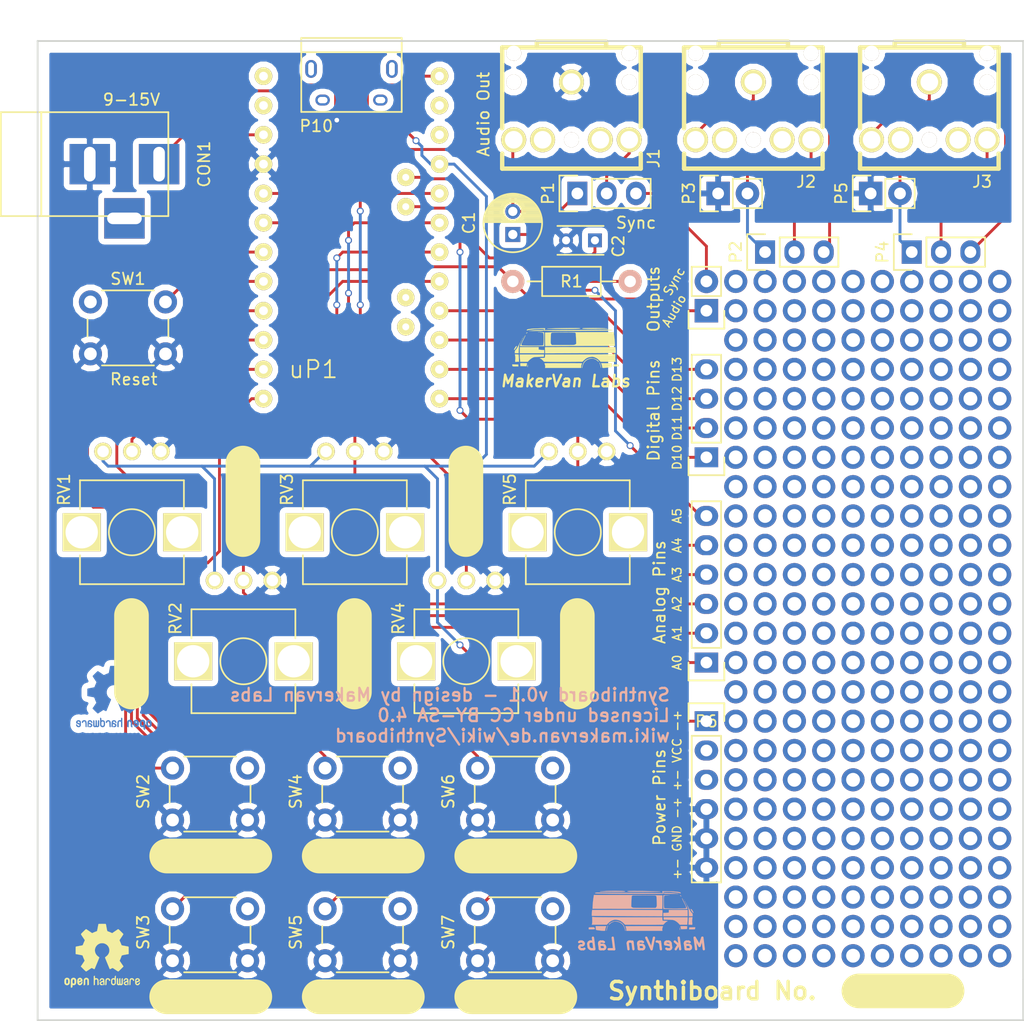
<source format=kicad_pcb>
(kicad_pcb (version 4) (host pcbnew 4.0.5)
  (layers (0 F.Cu signal) (31 B.Cu signal) (34 B.Paste user) (35 F.Paste user) (36 B.SilkS user) (37 F.SilkS user) (38 B.Mask user) (39 F.Mask user) (44 Edge.Cuts user))
  (net 0 "")
  (net 1 "Net-(C1-Pad1)")
  (net 2 "Net-(C1-Pad2)")
  (net 3 GND)
  (net 4 +9V)
  (net 5 "Net-(J1-Pad3)")
  (net 6 Sync)
  (net 7 AudioOut)
  (net 8 A0)
  (net 9 VCC)
  (net 10 A1)
  (net 11 A2)
  (net 12 A3)
  (net 13 "Net-(SW1-Pad1)")
  (net 14 "Net-(SW2-Pad1)")
  (net 15 "Net-(SW3-Pad1)")
  (net 16 "Net-(SW4-Pad1)")
  (net 17 "Net-(SW5-Pad1)")
  (net 18 "Net-(SW6-Pad1)")
  (net 19 "Net-(SW7-Pad1)")
  (net 20 A4)
  (net 21 "Net-(J2-Pad1)")
  (net 22 "Net-(J2-Pad3)")
  (net 23 "Net-(J2-Pad2)")
  (net 24 "Net-(J3-Pad1)")
  (net 25 "Net-(J3-Pad3)")
  (net 26 "Net-(J3-Pad2)")
  (net 27 A5)
  (net 28 D10)
  (net 29 D11)
  (net 30 D12)
  (net 31 D13)
  (net 32 "Net-(P10-Pad6)")
  (module added:LOGO (layer B.Cu) (at 192.532 146.304 180)
    (fp_text reference G*** hide)
    (fp_text value LOGO hide)
  )
  (module added:devboard2x8 (layer F.Cu) (at 220.98 129.54)
    (fp_text reference REF** hide)
    (fp_text value devboard hide)
    (pad 1 thru_hole circle (at 0 -10.16) (size 2 2) (drill 1.2) (layers *.Cu *.Mask))
    (pad 1 thru_hole circle (at 2.54 -10.16) (size 2 2) (drill 1.2) (layers *.Cu *.Mask))
    (pad 1 thru_hole circle (at 2.54 -12.7) (size 2 2) (drill 1.2) (layers *.Cu *.Mask))
    (pad 1 thru_hole circle (at 0 -12.7) (size 2 2) (drill 1.2) (layers *.Cu *.Mask))
    (pad 1 thru_hole circle (at 0 -17.78) (size 2 2) (drill 1.2) (layers *.Cu *.Mask))
    (pad 1 thru_hole circle (at 2.54 -17.78) (size 2 2) (drill 1.2) (layers *.Cu *.Mask))
    (pad 1 thru_hole circle (at 2.54 -15.24) (size 2 2) (drill 1.2) (layers *.Cu *.Mask))
    (pad 1 thru_hole circle (at 0 -15.24) (size 2 2) (drill 1.2) (layers *.Cu *.Mask))
    (pad 1 thru_hole circle (at 0 -5.08) (size 2 2) (drill 1.2) (layers *.Cu *.Mask))
    (pad 1 thru_hole circle (at 2.54 -5.08) (size 2 2) (drill 1.2) (layers *.Cu *.Mask))
    (pad 1 thru_hole circle (at 2.54 -7.62) (size 2 2) (drill 1.2) (layers *.Cu *.Mask))
    (pad 1 thru_hole circle (at 0 -7.62) (size 2 2) (drill 1.2) (layers *.Cu *.Mask))
    (pad 1 thru_hole circle (at 0 -2.54) (size 2 2) (drill 1.2) (layers *.Cu *.Mask))
    (pad 1 thru_hole circle (at 2.54 -2.54) (size 2 2) (drill 1.2) (layers *.Cu *.Mask))
    (pad 1 thru_hole circle (at 2.54 0) (size 2 2) (drill 1.2) (layers *.Cu *.Mask))
    (pad 1 thru_hole circle (at 0 0) (size 2 2) (drill 1.2) (layers *.Cu *.Mask))
  )
  (module added:devboard2x8 (layer F.Cu) (at 220.98 149.86)
    (fp_text reference REF** hide)
    (fp_text value devboard hide)
    (pad 1 thru_hole circle (at 0 -10.16) (size 2 2) (drill 1.2) (layers *.Cu *.Mask))
    (pad 1 thru_hole circle (at 2.54 -10.16) (size 2 2) (drill 1.2) (layers *.Cu *.Mask))
    (pad 1 thru_hole circle (at 2.54 -12.7) (size 2 2) (drill 1.2) (layers *.Cu *.Mask))
    (pad 1 thru_hole circle (at 0 -12.7) (size 2 2) (drill 1.2) (layers *.Cu *.Mask))
    (pad 1 thru_hole circle (at 0 -17.78) (size 2 2) (drill 1.2) (layers *.Cu *.Mask))
    (pad 1 thru_hole circle (at 2.54 -17.78) (size 2 2) (drill 1.2) (layers *.Cu *.Mask))
    (pad 1 thru_hole circle (at 2.54 -15.24) (size 2 2) (drill 1.2) (layers *.Cu *.Mask))
    (pad 1 thru_hole circle (at 0 -15.24) (size 2 2) (drill 1.2) (layers *.Cu *.Mask))
    (pad 1 thru_hole circle (at 0 -5.08) (size 2 2) (drill 1.2) (layers *.Cu *.Mask))
    (pad 1 thru_hole circle (at 2.54 -5.08) (size 2 2) (drill 1.2) (layers *.Cu *.Mask))
    (pad 1 thru_hole circle (at 2.54 -7.62) (size 2 2) (drill 1.2) (layers *.Cu *.Mask))
    (pad 1 thru_hole circle (at 0 -7.62) (size 2 2) (drill 1.2) (layers *.Cu *.Mask))
    (pad 1 thru_hole circle (at 0 -2.54) (size 2 2) (drill 1.2) (layers *.Cu *.Mask))
    (pad 1 thru_hole circle (at 2.54 -2.54) (size 2 2) (drill 1.2) (layers *.Cu *.Mask))
    (pad 1 thru_hole circle (at 2.54 0) (size 2 2) (drill 1.2) (layers *.Cu *.Mask))
    (pad 1 thru_hole circle (at 0 0) (size 2 2) (drill 1.2) (layers *.Cu *.Mask))
  )
  (module added:devboard8x16 (layer F.Cu) (at 200.66 149.86)
    (fp_text reference REF** hide)
    (fp_text value devboard5x10 hide)
    (pad 1 thru_hole circle (at 0 -20.32) (size 2 2) (drill 1.2) (layers *.Cu *.Mask))
    (pad 1 thru_hole circle (at 2.54 -20.32) (size 2 2) (drill 1.2) (layers *.Cu *.Mask))
    (pad 1 thru_hole circle (at 2.54 -22.86) (size 2 2) (drill 1.2) (layers *.Cu *.Mask))
    (pad 1 thru_hole circle (at 0 -22.86) (size 2 2) (drill 1.2) (layers *.Cu *.Mask))
    (pad 1 thru_hole circle (at 5.08 -22.86) (size 2 2) (drill 1.2) (layers *.Cu *.Mask))
    (pad 1 thru_hole circle (at 7.62 -22.86) (size 2 2) (drill 1.2) (layers *.Cu *.Mask))
    (pad 1 thru_hole circle (at 7.62 -20.32) (size 2 2) (drill 1.2) (layers *.Cu *.Mask))
    (pad 1 thru_hole circle (at 5.08 -20.32) (size 2 2) (drill 1.2) (layers *.Cu *.Mask))
    (pad 1 thru_hole circle (at 5.08 -25.4) (size 2 2) (drill 1.2) (layers *.Cu *.Mask))
    (pad 1 thru_hole circle (at 7.62 -25.4) (size 2 2) (drill 1.2) (layers *.Cu *.Mask))
    (pad 1 thru_hole circle (at 7.62 -27.94) (size 2 2) (drill 1.2) (layers *.Cu *.Mask))
    (pad 1 thru_hole circle (at 5.08 -27.94) (size 2 2) (drill 1.2) (layers *.Cu *.Mask))
    (pad 1 thru_hole circle (at 0 -27.94) (size 2 2) (drill 1.2) (layers *.Cu *.Mask))
    (pad 1 thru_hole circle (at 2.54 -27.94) (size 2 2) (drill 1.2) (layers *.Cu *.Mask))
    (pad 1 thru_hole circle (at 2.54 -25.4) (size 2 2) (drill 1.2) (layers *.Cu *.Mask))
    (pad 1 thru_hole circle (at 0 -25.4) (size 2 2) (drill 1.2) (layers *.Cu *.Mask))
    (pad 1 thru_hole circle (at 10.16 -25.4) (size 2 2) (drill 1.2) (layers *.Cu *.Mask))
    (pad 1 thru_hole circle (at 12.7 -25.4) (size 2 2) (drill 1.2) (layers *.Cu *.Mask))
    (pad 1 thru_hole circle (at 12.7 -27.94) (size 2 2) (drill 1.2) (layers *.Cu *.Mask))
    (pad 1 thru_hole circle (at 10.16 -27.94) (size 2 2) (drill 1.2) (layers *.Cu *.Mask))
    (pad 1 thru_hole circle (at 15.24 -27.94) (size 2 2) (drill 1.2) (layers *.Cu *.Mask))
    (pad 1 thru_hole circle (at 17.78 -27.94) (size 2 2) (drill 1.2) (layers *.Cu *.Mask))
    (pad 1 thru_hole circle (at 17.78 -25.4) (size 2 2) (drill 1.2) (layers *.Cu *.Mask))
    (pad 1 thru_hole circle (at 15.24 -25.4) (size 2 2) (drill 1.2) (layers *.Cu *.Mask))
    (pad 1 thru_hole circle (at 15.24 -20.32) (size 2 2) (drill 1.2) (layers *.Cu *.Mask))
    (pad 1 thru_hole circle (at 17.78 -20.32) (size 2 2) (drill 1.2) (layers *.Cu *.Mask))
    (pad 1 thru_hole circle (at 17.78 -22.86) (size 2 2) (drill 1.2) (layers *.Cu *.Mask))
    (pad 1 thru_hole circle (at 15.24 -22.86) (size 2 2) (drill 1.2) (layers *.Cu *.Mask))
    (pad 1 thru_hole circle (at 10.16 -22.86) (size 2 2) (drill 1.2) (layers *.Cu *.Mask))
    (pad 1 thru_hole circle (at 12.7 -22.86) (size 2 2) (drill 1.2) (layers *.Cu *.Mask))
    (pad 1 thru_hole circle (at 12.7 -20.32) (size 2 2) (drill 1.2) (layers *.Cu *.Mask))
    (pad 1 thru_hole circle (at 10.16 -20.32) (size 2 2) (drill 1.2) (layers *.Cu *.Mask))
    (pad 1 thru_hole circle (at 10.16 -30.48) (size 2 2) (drill 1.2) (layers *.Cu *.Mask))
    (pad 1 thru_hole circle (at 12.7 -30.48) (size 2 2) (drill 1.2) (layers *.Cu *.Mask))
    (pad 1 thru_hole circle (at 12.7 -33.02) (size 2 2) (drill 1.2) (layers *.Cu *.Mask))
    (pad 1 thru_hole circle (at 10.16 -33.02) (size 2 2) (drill 1.2) (layers *.Cu *.Mask))
    (pad 1 thru_hole circle (at 15.24 -33.02) (size 2 2) (drill 1.2) (layers *.Cu *.Mask))
    (pad 1 thru_hole circle (at 17.78 -33.02) (size 2 2) (drill 1.2) (layers *.Cu *.Mask))
    (pad 1 thru_hole circle (at 17.78 -30.48) (size 2 2) (drill 1.2) (layers *.Cu *.Mask))
    (pad 1 thru_hole circle (at 15.24 -30.48) (size 2 2) (drill 1.2) (layers *.Cu *.Mask))
    (pad 1 thru_hole circle (at 15.24 -35.56) (size 2 2) (drill 1.2) (layers *.Cu *.Mask))
    (pad 1 thru_hole circle (at 17.78 -35.56) (size 2 2) (drill 1.2) (layers *.Cu *.Mask))
    (pad 1 thru_hole circle (at 17.78 -38.1) (size 2 2) (drill 1.2) (layers *.Cu *.Mask))
    (pad 1 thru_hole circle (at 15.24 -38.1) (size 2 2) (drill 1.2) (layers *.Cu *.Mask))
    (pad 1 thru_hole circle (at 10.16 -38.1) (size 2 2) (drill 1.2) (layers *.Cu *.Mask))
    (pad 1 thru_hole circle (at 12.7 -38.1) (size 2 2) (drill 1.2) (layers *.Cu *.Mask))
    (pad 1 thru_hole circle (at 12.7 -35.56) (size 2 2) (drill 1.2) (layers *.Cu *.Mask))
    (pad 1 thru_hole circle (at 10.16 -35.56) (size 2 2) (drill 1.2) (layers *.Cu *.Mask))
    (pad 1 thru_hole circle (at 0 -35.56) (size 2 2) (drill 1.2) (layers *.Cu *.Mask))
    (pad 1 thru_hole circle (at 2.54 -35.56) (size 2 2) (drill 1.2) (layers *.Cu *.Mask))
    (pad 1 thru_hole circle (at 2.54 -38.1) (size 2 2) (drill 1.2) (layers *.Cu *.Mask))
    (pad 1 thru_hole circle (at 0 -38.1) (size 2 2) (drill 1.2) (layers *.Cu *.Mask))
    (pad 1 thru_hole circle (at 5.08 -38.1) (size 2 2) (drill 1.2) (layers *.Cu *.Mask))
    (pad 1 thru_hole circle (at 7.62 -38.1) (size 2 2) (drill 1.2) (layers *.Cu *.Mask))
    (pad 1 thru_hole circle (at 7.62 -35.56) (size 2 2) (drill 1.2) (layers *.Cu *.Mask))
    (pad 1 thru_hole circle (at 5.08 -35.56) (size 2 2) (drill 1.2) (layers *.Cu *.Mask))
    (pad 1 thru_hole circle (at 5.08 -30.48) (size 2 2) (drill 1.2) (layers *.Cu *.Mask))
    (pad 1 thru_hole circle (at 7.62 -30.48) (size 2 2) (drill 1.2) (layers *.Cu *.Mask))
    (pad 1 thru_hole circle (at 7.62 -33.02) (size 2 2) (drill 1.2) (layers *.Cu *.Mask))
    (pad 1 thru_hole circle (at 5.08 -33.02) (size 2 2) (drill 1.2) (layers *.Cu *.Mask))
    (pad 1 thru_hole circle (at 0 -33.02) (size 2 2) (drill 1.2) (layers *.Cu *.Mask))
    (pad 1 thru_hole circle (at 2.54 -33.02) (size 2 2) (drill 1.2) (layers *.Cu *.Mask))
    (pad 1 thru_hole circle (at 2.54 -30.48) (size 2 2) (drill 1.2) (layers *.Cu *.Mask))
    (pad 1 thru_hole circle (at 0 -30.48) (size 2 2) (drill 1.2) (layers *.Cu *.Mask))
    (pad 1 thru_hole circle (at 0 -10.16) (size 2 2) (drill 1.2) (layers *.Cu *.Mask))
    (pad 1 thru_hole circle (at 2.54 -10.16) (size 2 2) (drill 1.2) (layers *.Cu *.Mask))
    (pad 1 thru_hole circle (at 2.54 -12.7) (size 2 2) (drill 1.2) (layers *.Cu *.Mask))
    (pad 1 thru_hole circle (at 0 -12.7) (size 2 2) (drill 1.2) (layers *.Cu *.Mask))
    (pad 1 thru_hole circle (at 5.08 -12.7) (size 2 2) (drill 1.2) (layers *.Cu *.Mask))
    (pad 1 thru_hole circle (at 7.62 -12.7) (size 2 2) (drill 1.2) (layers *.Cu *.Mask))
    (pad 1 thru_hole circle (at 7.62 -10.16) (size 2 2) (drill 1.2) (layers *.Cu *.Mask))
    (pad 1 thru_hole circle (at 5.08 -10.16) (size 2 2) (drill 1.2) (layers *.Cu *.Mask))
    (pad 1 thru_hole circle (at 5.08 -15.24) (size 2 2) (drill 1.2) (layers *.Cu *.Mask))
    (pad 1 thru_hole circle (at 7.62 -15.24) (size 2 2) (drill 1.2) (layers *.Cu *.Mask))
    (pad 1 thru_hole circle (at 7.62 -17.78) (size 2 2) (drill 1.2) (layers *.Cu *.Mask))
    (pad 1 thru_hole circle (at 5.08 -17.78) (size 2 2) (drill 1.2) (layers *.Cu *.Mask))
    (pad 1 thru_hole circle (at 0 -17.78) (size 2 2) (drill 1.2) (layers *.Cu *.Mask))
    (pad 1 thru_hole circle (at 2.54 -17.78) (size 2 2) (drill 1.2) (layers *.Cu *.Mask))
    (pad 1 thru_hole circle (at 2.54 -15.24) (size 2 2) (drill 1.2) (layers *.Cu *.Mask))
    (pad 1 thru_hole circle (at 0 -15.24) (size 2 2) (drill 1.2) (layers *.Cu *.Mask))
    (pad 1 thru_hole circle (at 10.16 -15.24) (size 2 2) (drill 1.2) (layers *.Cu *.Mask))
    (pad 1 thru_hole circle (at 12.7 -15.24) (size 2 2) (drill 1.2) (layers *.Cu *.Mask))
    (pad 1 thru_hole circle (at 12.7 -17.78) (size 2 2) (drill 1.2) (layers *.Cu *.Mask))
    (pad 1 thru_hole circle (at 10.16 -17.78) (size 2 2) (drill 1.2) (layers *.Cu *.Mask))
    (pad 1 thru_hole circle (at 15.24 -17.78) (size 2 2) (drill 1.2) (layers *.Cu *.Mask))
    (pad 1 thru_hole circle (at 17.78 -17.78) (size 2 2) (drill 1.2) (layers *.Cu *.Mask))
    (pad 1 thru_hole circle (at 17.78 -15.24) (size 2 2) (drill 1.2) (layers *.Cu *.Mask))
    (pad 1 thru_hole circle (at 15.24 -15.24) (size 2 2) (drill 1.2) (layers *.Cu *.Mask))
    (pad 1 thru_hole circle (at 15.24 -10.16) (size 2 2) (drill 1.2) (layers *.Cu *.Mask))
    (pad 1 thru_hole circle (at 17.78 -10.16) (size 2 2) (drill 1.2) (layers *.Cu *.Mask))
    (pad 1 thru_hole circle (at 17.78 -12.7) (size 2 2) (drill 1.2) (layers *.Cu *.Mask))
    (pad 1 thru_hole circle (at 15.24 -12.7) (size 2 2) (drill 1.2) (layers *.Cu *.Mask))
    (pad 1 thru_hole circle (at 10.16 -12.7) (size 2 2) (drill 1.2) (layers *.Cu *.Mask))
    (pad 1 thru_hole circle (at 12.7 -12.7) (size 2 2) (drill 1.2) (layers *.Cu *.Mask))
    (pad 1 thru_hole circle (at 12.7 -10.16) (size 2 2) (drill 1.2) (layers *.Cu *.Mask))
    (pad 1 thru_hole circle (at 10.16 -10.16) (size 2 2) (drill 1.2) (layers *.Cu *.Mask))
    (pad 1 thru_hole circle (at 10.16 0) (size 2 2) (drill 1.2) (layers *.Cu *.Mask))
    (pad 1 thru_hole circle (at 12.7 0) (size 2 2) (drill 1.2) (layers *.Cu *.Mask))
    (pad 1 thru_hole circle (at 12.7 -2.54) (size 2 2) (drill 1.2) (layers *.Cu *.Mask))
    (pad 1 thru_hole circle (at 10.16 -2.54) (size 2 2) (drill 1.2) (layers *.Cu *.Mask))
    (pad 1 thru_hole circle (at 15.24 -2.54) (size 2 2) (drill 1.2) (layers *.Cu *.Mask))
    (pad 1 thru_hole circle (at 17.78 -2.54) (size 2 2) (drill 1.2) (layers *.Cu *.Mask))
    (pad 1 thru_hole circle (at 17.78 0) (size 2 2) (drill 1.2) (layers *.Cu *.Mask))
    (pad 1 thru_hole circle (at 15.24 0) (size 2 2) (drill 1.2) (layers *.Cu *.Mask))
    (pad 1 thru_hole circle (at 15.24 -5.08) (size 2 2) (drill 1.2) (layers *.Cu *.Mask))
    (pad 1 thru_hole circle (at 17.78 -5.08) (size 2 2) (drill 1.2) (layers *.Cu *.Mask))
    (pad 1 thru_hole circle (at 17.78 -7.62) (size 2 2) (drill 1.2) (layers *.Cu *.Mask))
    (pad 1 thru_hole circle (at 15.24 -7.62) (size 2 2) (drill 1.2) (layers *.Cu *.Mask))
    (pad 1 thru_hole circle (at 10.16 -7.62) (size 2 2) (drill 1.2) (layers *.Cu *.Mask))
    (pad 1 thru_hole circle (at 12.7 -7.62) (size 2 2) (drill 1.2) (layers *.Cu *.Mask))
    (pad 1 thru_hole circle (at 12.7 -5.08) (size 2 2) (drill 1.2) (layers *.Cu *.Mask))
    (pad 1 thru_hole circle (at 10.16 -5.08) (size 2 2) (drill 1.2) (layers *.Cu *.Mask))
    (pad 1 thru_hole circle (at 0 -5.08) (size 2 2) (drill 1.2) (layers *.Cu *.Mask))
    (pad 1 thru_hole circle (at 2.54 -5.08) (size 2 2) (drill 1.2) (layers *.Cu *.Mask))
    (pad 1 thru_hole circle (at 2.54 -7.62) (size 2 2) (drill 1.2) (layers *.Cu *.Mask))
    (pad 1 thru_hole circle (at 0 -7.62) (size 2 2) (drill 1.2) (layers *.Cu *.Mask))
    (pad 1 thru_hole circle (at 5.08 -7.62) (size 2 2) (drill 1.2) (layers *.Cu *.Mask))
    (pad 1 thru_hole circle (at 7.62 -7.62) (size 2 2) (drill 1.2) (layers *.Cu *.Mask))
    (pad 1 thru_hole circle (at 7.62 -5.08) (size 2 2) (drill 1.2) (layers *.Cu *.Mask))
    (pad 1 thru_hole circle (at 5.08 -5.08) (size 2 2) (drill 1.2) (layers *.Cu *.Mask))
    (pad 1 thru_hole circle (at 5.08 0) (size 2 2) (drill 1.2) (layers *.Cu *.Mask))
    (pad 1 thru_hole circle (at 7.62 0) (size 2 2) (drill 1.2) (layers *.Cu *.Mask))
    (pad 1 thru_hole circle (at 7.62 -2.54) (size 2 2) (drill 1.2) (layers *.Cu *.Mask))
    (pad 1 thru_hole circle (at 5.08 -2.54) (size 2 2) (drill 1.2) (layers *.Cu *.Mask))
    (pad 1 thru_hole circle (at 0 -2.54) (size 2 2) (drill 1.2) (layers *.Cu *.Mask))
    (pad 1 thru_hole circle (at 2.54 -2.54) (size 2 2) (drill 1.2) (layers *.Cu *.Mask))
    (pad 1 thru_hole circle (at 2.54 0) (size 2 2) (drill 1.2) (layers *.Cu *.Mask))
    (pad 1 thru_hole circle (at 0 0) (size 2 2) (drill 1.2) (layers *.Cu *.Mask))
  )
  (module Capacitors_THT:C_Radial_D5_L11_P2 (layer F.Cu) (at 181.356 87.376 90)
    (fp_text reference C1 (at 1 -3.8 90) (layer F.SilkS))
    (fp_text value 10µ hide)
    (pad 1 thru_hole rect (at 0 0 90) (size 1.3 1.3) (drill 0.8) (layers *.Cu *.Mask) (net 1 "Net-(C1-Pad1)"))
    (pad 2 thru_hole circle (at 2 0 90) (size 1.3 1.3) (drill 0.8) (layers *.Cu *.Mask) (net 2 "Net-(C1-Pad2)"))
  )
  (module Capacitors_THT:C_Rect_L4_W2.5_P2.5 (layer F.Cu) (at 188.468 87.884 180)
    (fp_text reference C2 (at -2.032 -0.508 270) (layer F.SilkS))
    (fp_text value 10n hide)
    (pad 1 thru_hole rect (at 0 0 180) (size 1.2 1.2) (drill 0.7) (layers *.Cu *.Mask) (net 1 "Net-(C1-Pad1)"))
    (pad 2 thru_hole circle (at 2.5 0 180) (size 1.2 1.2) (drill 0.7) (layers *.Cu *.Mask) (net 3 GND))
  )
  (module Connectors:BARREL_JACK (layer F.Cu) (at 144.526 81.28)
    (fp_text reference CON1 (at 10.09904 0 90) (layer F.SilkS))
    (fp_text value 9-15V (at 3.81 -5.588) (layer F.SilkS))
    (pad 1 thru_hole rect (at 6.20014 0) (size 3.50012 3.50012) (drill oval 1.00076 2.99974) (layers *.Cu *.Mask) (net 4 +9V))
    (pad 2 thru_hole rect (at 0.20066 0) (size 3.50012 3.50012) (drill oval 1.00076 2.99974) (layers *.Cu *.Mask) (net 3 GND))
    (pad 3 thru_hole rect (at 3.2004 4.699) (size 3.50012 3.50012) (drill oval 2.99974 1.00076) (layers *.Cu *.Mask))
  )
  (module added:AudioJack3.5mm (layer F.Cu) (at 186.436 74.168 270)
    (fp_text reference J1 (at 6.604 -7.112 450) (layer F.SilkS))
    (fp_text value "Audio Out" (at 2.794 7.62 270) (layer F.SilkS))
    (pad 1 thru_hole circle (at 0 0 270) (size 2.159 2.159) (drill 1.524) (layers *.Cu *.Mask F.SilkS) (net 3 GND))
    (pad 3 thru_hole circle (at 5.00126 -5.00126 270) (size 2.159 2.159) (drill 1.524) (layers *.Cu *.Mask F.SilkS) (net 5 "Net-(J1-Pad3)"))
    (pad 5 thru_hole circle (at 5.00126 -2.49936 270) (size 2.159 2.159) (drill 1.524) (layers *.Cu *.Mask F.SilkS))
    (pad 4 thru_hole circle (at 5.00126 2.49936 270) (size 2.159 2.159) (drill 1.524) (layers *.Cu *.Mask F.SilkS))
    (pad 2 thru_hole circle (at 5.00126 5.00126 270) (size 2.159 2.159) (drill 1.524) (layers *.Cu *.Mask F.SilkS) (net 2 "Net-(C1-Pad2)"))
    (pad "" thru_hole circle (at 5.00126 0 270) (size 1.30048 1.30048) (drill 1.30048) (layers *.Cu *.Mask F.SilkS))
    (pad "" thru_hole circle (at -2.49936 -5.00126 270) (size 1.30048 1.30048) (drill 1.30048) (layers *.Cu *.Mask F.SilkS))
    (pad "" thru_hole circle (at 0 -5.00126 270) (size 1.30048 1.30048) (drill 1.30048) (layers *.Cu *.Mask F.SilkS))
    (pad "" thru_hole circle (at -2.49936 5.00126 270) (size 1.30048 1.30048) (drill 1.30048) (layers *.Cu *.Mask F.SilkS))
    (pad "" thru_hole circle (at 0 5.00126 270) (size 1.30048 1.30048) (drill 1.30048) (layers *.Cu *.Mask F.SilkS))
  )
  (module Pin_Headers:Pin_Header_Straight_1x03 (layer F.Cu) (at 186.944 83.82 90)
    (fp_text reference P1 (at 0 -2.54 90) (layer F.SilkS))
    (fp_text value Sync (at -2.54 5.08 180) (layer F.SilkS))
    (pad 1 thru_hole rect (at 0 0 90) (size 2.032 1.7272) (drill 1.016) (layers *.Cu *.Mask) (net 2 "Net-(C1-Pad2)"))
    (pad 2 thru_hole oval (at 0 2.54 90) (size 2.032 1.7272) (drill 1.016) (layers *.Cu *.Mask) (net 5 "Net-(J1-Pad3)"))
    (pad 3 thru_hole oval (at 0 5.08 90) (size 2.032 1.7272) (drill 1.016) (layers *.Cu *.Mask) (net 6 Sync))
  )
  (module Resistors_THT:Resistor_Horizontal_RM10mm (layer F.Cu) (at 191.516 91.44 180)
    (fp_text reference R1 (at 5.08 0 180) (layer F.SilkS))
    (fp_text value 1k hide)
    (pad 1 thru_hole circle (at 0 0 180) (size 1.99898 1.99898) (drill 1.00076) (layers *.Cu *.SilkS *.Mask) (net 1 "Net-(C1-Pad1)"))
    (pad 2 thru_hole circle (at 10.16 0 180) (size 1.99898 1.99898) (drill 1.00076) (layers *.Cu *.SilkS *.Mask) (net 7 AudioOut))
  )
  (module added:Potentiometer_Alpha-RV09 (layer F.Cu) (at 150.876 106.172 270)
    (fp_text reference RV1 (at 3.302 8.382 450) (layer F.SilkS))
    (fp_text value 10k hide)
    (pad 1 thru_hole circle (at 0 0 180) (size 1.524 1.524) (drill 1) (layers *.Cu *.Mask F.SilkS) (net 3 GND))
    (pad 2 thru_hole circle (at 0 2.5 180) (size 1.524 1.524) (drill 1) (layers *.Cu *.Mask F.SilkS) (net 8 A0))
    (pad 3 thru_hole circle (at 0 5 180) (size 1.524 1.524) (drill 1) (layers *.Cu *.Mask F.SilkS) (net 9 VCC))
    (pad 4 thru_hole rect (at 7 -1.85 180) (size 3.3 3.3) (drill 2.8) (layers *.Cu *.Mask F.SilkS))
    (pad 5 thru_hole rect (at 7 6.85 180) (size 3.3 3.3) (drill 2.8) (layers *.Cu *.Mask F.SilkS))
  )
  (module added:Potentiometer_Alpha-RV09 (layer F.Cu) (at 160.528 117.348 270)
    (fp_text reference RV2 (at 3.302 8.382 450) (layer F.SilkS))
    (fp_text value 10k hide)
    (pad 1 thru_hole circle (at 0 0 180) (size 1.524 1.524) (drill 1) (layers *.Cu *.Mask F.SilkS) (net 3 GND))
    (pad 2 thru_hole circle (at 0 2.5 180) (size 1.524 1.524) (drill 1) (layers *.Cu *.Mask F.SilkS) (net 10 A1))
    (pad 3 thru_hole circle (at 0 5 180) (size 1.524 1.524) (drill 1) (layers *.Cu *.Mask F.SilkS) (net 9 VCC))
    (pad 4 thru_hole rect (at 7 -1.85 180) (size 3.3 3.3) (drill 2.8) (layers *.Cu *.Mask F.SilkS))
    (pad 5 thru_hole rect (at 7 6.85 180) (size 3.3 3.3) (drill 2.8) (layers *.Cu *.Mask F.SilkS))
  )
  (module added:Potentiometer_Alpha-RV09 (layer F.Cu) (at 170.18 106.172 270)
    (fp_text reference RV3 (at 3.302 8.382 450) (layer F.SilkS))
    (fp_text value 10k hide)
    (pad 1 thru_hole circle (at 0 0 180) (size 1.524 1.524) (drill 1) (layers *.Cu *.Mask F.SilkS) (net 3 GND))
    (pad 2 thru_hole circle (at 0 2.5 180) (size 1.524 1.524) (drill 1) (layers *.Cu *.Mask F.SilkS) (net 11 A2))
    (pad 3 thru_hole circle (at 0 5 180) (size 1.524 1.524) (drill 1) (layers *.Cu *.Mask F.SilkS) (net 9 VCC))
    (pad 4 thru_hole rect (at 7 -1.85 180) (size 3.3 3.3) (drill 2.8) (layers *.Cu *.Mask F.SilkS))
    (pad 5 thru_hole rect (at 7 6.85 180) (size 3.3 3.3) (drill 2.8) (layers *.Cu *.Mask F.SilkS))
  )
  (module added:Potentiometer_Alpha-RV09 (layer F.Cu) (at 179.832 117.348 270)
    (fp_text reference RV4 (at 3.302 8.382 270) (layer F.SilkS))
    (fp_text value 10k hide)
    (pad 1 thru_hole circle (at 0 0 180) (size 1.524 1.524) (drill 1) (layers *.Cu *.Mask F.SilkS) (net 3 GND))
    (pad 2 thru_hole circle (at 0 2.5 180) (size 1.524 1.524) (drill 1) (layers *.Cu *.Mask F.SilkS) (net 12 A3))
    (pad 3 thru_hole circle (at 0 5 180) (size 1.524 1.524) (drill 1) (layers *.Cu *.Mask F.SilkS) (net 9 VCC))
    (pad 4 thru_hole rect (at 7 -1.85 180) (size 3.3 3.3) (drill 2.8) (layers *.Cu *.Mask F.SilkS))
    (pad 5 thru_hole rect (at 7 6.85 180) (size 3.3 3.3) (drill 2.8) (layers *.Cu *.Mask F.SilkS))
  )
  (module Buttons_Switches_THT:SW_PUSH_6mm (layer F.Cu) (at 144.78 93.218)
    (fp_text reference SW1 (at 3.25 -2) (layer F.SilkS))
    (fp_text value Reset (at 3.75 6.7) (layer F.SilkS))
    (pad 2 thru_hole circle (at 0 4.5 90) (size 2 2) (drill 1.1) (layers *.Cu *.Mask) (net 3 GND))
    (pad 1 thru_hole circle (at 0 0 90) (size 2 2) (drill 1.1) (layers *.Cu *.Mask) (net 13 "Net-(SW1-Pad1)"))
    (pad 2 thru_hole circle (at 6.5 4.5 90) (size 2 2) (drill 1.1) (layers *.Cu *.Mask) (net 3 GND))
    (pad 1 thru_hole circle (at 6.5 0 90) (size 2 2) (drill 1.1) (layers *.Cu *.Mask) (net 13 "Net-(SW1-Pad1)"))
  )
  (module Buttons_Switches_THT:SW_PUSH_6mm (layer F.Cu) (at 151.892 133.604)
    (fp_text reference SW2 (at -2.54 2.032 90) (layer F.SilkS))
    (fp_text value "Button 1" hide)
    (pad 2 thru_hole circle (at 0 4.5 90) (size 2 2) (drill 1.1) (layers *.Cu *.Mask) (net 3 GND))
    (pad 1 thru_hole circle (at 0 0 90) (size 2 2) (drill 1.1) (layers *.Cu *.Mask) (net 14 "Net-(SW2-Pad1)"))
    (pad 2 thru_hole circle (at 6.5 4.5 90) (size 2 2) (drill 1.1) (layers *.Cu *.Mask) (net 3 GND))
    (pad 1 thru_hole circle (at 6.5 0 90) (size 2 2) (drill 1.1) (layers *.Cu *.Mask) (net 14 "Net-(SW2-Pad1)"))
  )
  (module Buttons_Switches_THT:SW_PUSH_6mm (layer F.Cu) (at 151.892 145.796)
    (fp_text reference SW3 (at -2.54 2.032 90) (layer F.SilkS))
    (fp_text value "Button 2" hide)
    (pad 2 thru_hole circle (at 0 4.5 90) (size 2 2) (drill 1.1) (layers *.Cu *.Mask) (net 3 GND))
    (pad 1 thru_hole circle (at 0 0 90) (size 2 2) (drill 1.1) (layers *.Cu *.Mask) (net 15 "Net-(SW3-Pad1)"))
    (pad 2 thru_hole circle (at 6.5 4.5 90) (size 2 2) (drill 1.1) (layers *.Cu *.Mask) (net 3 GND))
    (pad 1 thru_hole circle (at 6.5 0 90) (size 2 2) (drill 1.1) (layers *.Cu *.Mask) (net 15 "Net-(SW3-Pad1)"))
  )
  (module Buttons_Switches_THT:SW_PUSH_6mm (layer F.Cu) (at 165.1 133.604)
    (fp_text reference SW4 (at -2.54 2.032 90) (layer F.SilkS))
    (fp_text value "Button 3" hide)
    (pad 2 thru_hole circle (at 0 4.5 90) (size 2 2) (drill 1.1) (layers *.Cu *.Mask) (net 3 GND))
    (pad 1 thru_hole circle (at 0 0 90) (size 2 2) (drill 1.1) (layers *.Cu *.Mask) (net 16 "Net-(SW4-Pad1)"))
    (pad 2 thru_hole circle (at 6.5 4.5 90) (size 2 2) (drill 1.1) (layers *.Cu *.Mask) (net 3 GND))
    (pad 1 thru_hole circle (at 6.5 0 90) (size 2 2) (drill 1.1) (layers *.Cu *.Mask) (net 16 "Net-(SW4-Pad1)"))
  )
  (module Buttons_Switches_THT:SW_PUSH_6mm (layer F.Cu) (at 165.1 145.796)
    (fp_text reference SW5 (at -2.54 2.032 90) (layer F.SilkS))
    (fp_text value "Button 4" hide)
    (pad 2 thru_hole circle (at 0 4.5 90) (size 2 2) (drill 1.1) (layers *.Cu *.Mask) (net 3 GND))
    (pad 1 thru_hole circle (at 0 0 90) (size 2 2) (drill 1.1) (layers *.Cu *.Mask) (net 17 "Net-(SW5-Pad1)"))
    (pad 2 thru_hole circle (at 6.5 4.5 90) (size 2 2) (drill 1.1) (layers *.Cu *.Mask) (net 3 GND))
    (pad 1 thru_hole circle (at 6.5 0 90) (size 2 2) (drill 1.1) (layers *.Cu *.Mask) (net 17 "Net-(SW5-Pad1)"))
  )
  (module Buttons_Switches_THT:SW_PUSH_6mm (layer F.Cu) (at 178.308 133.604)
    (fp_text reference SW6 (at -2.54 2.032 90) (layer F.SilkS))
    (fp_text value "Button 5" hide)
    (pad 2 thru_hole circle (at 0 4.5 90) (size 2 2) (drill 1.1) (layers *.Cu *.Mask) (net 3 GND))
    (pad 1 thru_hole circle (at 0 0 90) (size 2 2) (drill 1.1) (layers *.Cu *.Mask) (net 18 "Net-(SW6-Pad1)"))
    (pad 2 thru_hole circle (at 6.5 4.5 90) (size 2 2) (drill 1.1) (layers *.Cu *.Mask) (net 3 GND))
    (pad 1 thru_hole circle (at 6.5 0 90) (size 2 2) (drill 1.1) (layers *.Cu *.Mask) (net 18 "Net-(SW6-Pad1)"))
  )
  (module Buttons_Switches_THT:SW_PUSH_6mm (layer F.Cu) (at 178.308 145.796)
    (fp_text reference SW7 (at -2.54 2.032 90) (layer F.SilkS))
    (fp_text value "Button 6" hide)
    (pad 2 thru_hole circle (at 0 4.5 90) (size 2 2) (drill 1.1) (layers *.Cu *.Mask) (net 3 GND))
    (pad 1 thru_hole circle (at 0 0 90) (size 2 2) (drill 1.1) (layers *.Cu *.Mask) (net 19 "Net-(SW7-Pad1)"))
    (pad 2 thru_hole circle (at 6.5 4.5 90) (size 2 2) (drill 1.1) (layers *.Cu *.Mask) (net 3 GND))
    (pad 1 thru_hole circle (at 6.5 0 90) (size 2 2) (drill 1.1) (layers *.Cu *.Mask) (net 19 "Net-(SW7-Pad1)"))
  )
  (module ArduProMiniTKB:ArduProMini-6 (layer F.Cu) (at 157.226 67.31)
    (fp_text reference uP1 (at 6.858 31.75) (layer F.SilkS) (effects (font (size 1.5 1.5))))
    (fp_text value ARDUPROMINI-6 hide)
    (pad 7 thru_hole circle (at 2.54 6.35) (size 1.524 1.524) (drill 0.762) (layers *.Cu *.Mask F.SilkS))
    (pad 8 thru_hole circle (at 2.54 8.89) (size 1.524 1.524) (drill 0.762) (layers *.Cu *.Mask F.SilkS))
    (pad 9 thru_hole circle (at 2.54 11.43) (size 1.524 1.524) (drill 0.762) (layers *.Cu *.Mask F.SilkS) (net 13 "Net-(SW1-Pad1)"))
    (pad 10 thru_hole circle (at 2.54 13.97) (size 1.524 1.524) (drill 0.762) (layers *.Cu *.Mask F.SilkS) (net 3 GND))
    (pad 11 thru_hole circle (at 2.54 16.51) (size 1.524 1.524) (drill 0.762) (layers *.Cu *.Mask F.SilkS) (net 6 Sync))
    (pad 12 thru_hole circle (at 2.54 19.05) (size 1.524 1.524) (drill 0.762) (layers *.Cu *.Mask F.SilkS) (net 7 AudioOut))
    (pad 13 thru_hole circle (at 2.54 21.59) (size 1.524 1.524) (drill 0.762) (layers *.Cu *.Mask F.SilkS) (net 14 "Net-(SW2-Pad1)"))
    (pad 14 thru_hole circle (at 2.54 24.13) (size 1.524 1.524) (drill 0.762) (layers *.Cu *.Mask F.SilkS) (net 15 "Net-(SW3-Pad1)"))
    (pad 15 thru_hole circle (at 2.54 26.67) (size 1.524 1.524) (drill 0.762) (layers *.Cu *.Mask F.SilkS) (net 16 "Net-(SW4-Pad1)"))
    (pad 16 thru_hole circle (at 2.54 29.21) (size 1.524 1.524) (drill 0.762) (layers *.Cu *.Mask F.SilkS) (net 17 "Net-(SW5-Pad1)"))
    (pad 17 thru_hole circle (at 2.54 31.75) (size 1.524 1.524) (drill 0.762) (layers *.Cu *.Mask F.SilkS) (net 18 "Net-(SW6-Pad1)"))
    (pad 18 thru_hole circle (at 2.54 34.29) (size 1.524 1.524) (drill 0.762) (layers *.Cu *.Mask F.SilkS) (net 19 "Net-(SW7-Pad1)"))
    (pad 19 thru_hole circle (at 17.78 6.35) (size 1.524 1.524) (drill 0.762) (layers *.Cu *.Mask F.SilkS) (net 4 +9V))
    (pad 20 thru_hole circle (at 17.78 8.89) (size 1.524 1.524) (drill 0.762) (layers *.Cu *.Mask F.SilkS))
    (pad 21 thru_hole circle (at 17.78 11.43) (size 1.524 1.524) (drill 0.762) (layers *.Cu *.Mask F.SilkS))
    (pad 22 thru_hole circle (at 17.78 13.97) (size 1.524 1.524) (drill 0.762) (layers *.Cu *.Mask F.SilkS) (net 9 VCC))
    (pad 23 thru_hole circle (at 17.78 16.51) (size 1.524 1.524) (drill 0.762) (layers *.Cu *.Mask F.SilkS) (net 12 A3))
    (pad 24 thru_hole circle (at 17.78 19.05) (size 1.524 1.524) (drill 0.762) (layers *.Cu *.Mask F.SilkS) (net 11 A2))
    (pad 25 thru_hole circle (at 17.78 21.59) (size 1.524 1.524) (drill 0.762) (layers *.Cu *.Mask F.SilkS) (net 10 A1))
    (pad 26 thru_hole circle (at 17.78 24.13) (size 1.524 1.524) (drill 0.762) (layers *.Cu *.Mask F.SilkS) (net 8 A0))
    (pad 27 thru_hole circle (at 17.78 26.67) (size 1.524 1.524) (drill 0.762) (layers *.Cu *.Mask F.SilkS) (net 31 D13))
    (pad 28 thru_hole circle (at 17.78 29.21) (size 1.524 1.524) (drill 0.762) (layers *.Cu *.Mask F.SilkS) (net 30 D12))
    (pad 29 thru_hole circle (at 17.78 31.75) (size 1.524 1.524) (drill 0.762) (layers *.Cu *.Mask F.SilkS) (net 29 D11))
    (pad 30 thru_hole circle (at 17.78 34.29) (size 1.524 1.524) (drill 0.762) (layers *.Cu *.Mask F.SilkS) (net 28 D10))
    (pad 31 thru_hole circle (at 14.859 15.113) (size 1.5 1.5) (drill 0.6) (layers *.Cu *.Mask F.SilkS) (net 27 A5))
    (pad 32 thru_hole circle (at 14.859 17.653) (size 1.5 1.5) (drill 0.6) (layers *.Cu *.Mask F.SilkS) (net 20 A4))
    (pad 34 thru_hole circle (at 14.859 25.527) (size 1.5 1.5) (drill 0.6) (layers *.Cu *.Mask F.SilkS))
    (pad 35 thru_hole circle (at 14.859 28.067) (size 1.5 1.5) (drill 0.6) (layers *.Cu *.Mask F.SilkS))
  )
  (module added:Potentiometer_Alpha-RV09 (layer F.Cu) (at 189.484 106.172 270)
    (fp_text reference RV5 (at 3.302 8.382 450) (layer F.SilkS))
    (fp_text value 10k hide)
    (pad 1 thru_hole circle (at 0 0 180) (size 1.524 1.524) (drill 1) (layers *.Cu *.Mask F.SilkS) (net 3 GND))
    (pad 2 thru_hole circle (at 0 2.5 180) (size 1.524 1.524) (drill 1) (layers *.Cu *.Mask F.SilkS) (net 20 A4))
    (pad 3 thru_hole circle (at 0 5 180) (size 1.524 1.524) (drill 1) (layers *.Cu *.Mask F.SilkS) (net 9 VCC))
    (pad 4 thru_hole rect (at 7 -1.85 180) (size 3.3 3.3) (drill 2.8) (layers *.Cu *.Mask F.SilkS))
    (pad 5 thru_hole rect (at 7 6.85 180) (size 3.3 3.3) (drill 2.8) (layers *.Cu *.Mask F.SilkS))
  )
  (module added:devboard8x8 (layer F.Cu) (at 200.66 109.22)
    (fp_text reference REF** hide)
    (fp_text value devboard5x10 hide)
    (pad 1 thru_hole circle (at 0 -10.16) (size 2 2) (drill 1.2) (layers *.Cu *.Mask))
    (pad 1 thru_hole circle (at 2.54 -10.16) (size 2 2) (drill 1.2) (layers *.Cu *.Mask))
    (pad 1 thru_hole circle (at 2.54 -12.7) (size 2 2) (drill 1.2) (layers *.Cu *.Mask))
    (pad 1 thru_hole circle (at 0 -12.7) (size 2 2) (drill 1.2) (layers *.Cu *.Mask))
    (pad 1 thru_hole circle (at 5.08 -12.7) (size 2 2) (drill 1.2) (layers *.Cu *.Mask))
    (pad 1 thru_hole circle (at 7.62 -12.7) (size 2 2) (drill 1.2) (layers *.Cu *.Mask))
    (pad 1 thru_hole circle (at 7.62 -10.16) (size 2 2) (drill 1.2) (layers *.Cu *.Mask))
    (pad 1 thru_hole circle (at 5.08 -10.16) (size 2 2) (drill 1.2) (layers *.Cu *.Mask))
    (pad 1 thru_hole circle (at 5.08 -15.24) (size 2 2) (drill 1.2) (layers *.Cu *.Mask))
    (pad 1 thru_hole circle (at 7.62 -15.24) (size 2 2) (drill 1.2) (layers *.Cu *.Mask))
    (pad 1 thru_hole circle (at 7.62 -17.78) (size 2 2) (drill 1.2) (layers *.Cu *.Mask))
    (pad 1 thru_hole circle (at 5.08 -17.78) (size 2 2) (drill 1.2) (layers *.Cu *.Mask))
    (pad 1 thru_hole circle (at 0 -17.78) (size 2 2) (drill 1.2) (layers *.Cu *.Mask))
    (pad 1 thru_hole circle (at 2.54 -17.78) (size 2 2) (drill 1.2) (layers *.Cu *.Mask))
    (pad 1 thru_hole circle (at 2.54 -15.24) (size 2 2) (drill 1.2) (layers *.Cu *.Mask))
    (pad 1 thru_hole circle (at 0 -15.24) (size 2 2) (drill 1.2) (layers *.Cu *.Mask))
    (pad 1 thru_hole circle (at 10.16 -15.24) (size 2 2) (drill 1.2) (layers *.Cu *.Mask))
    (pad 1 thru_hole circle (at 12.7 -15.24) (size 2 2) (drill 1.2) (layers *.Cu *.Mask))
    (pad 1 thru_hole circle (at 12.7 -17.78) (size 2 2) (drill 1.2) (layers *.Cu *.Mask))
    (pad 1 thru_hole circle (at 10.16 -17.78) (size 2 2) (drill 1.2) (layers *.Cu *.Mask))
    (pad 1 thru_hole circle (at 15.24 -17.78) (size 2 2) (drill 1.2) (layers *.Cu *.Mask))
    (pad 1 thru_hole circle (at 17.78 -17.78) (size 2 2) (drill 1.2) (layers *.Cu *.Mask))
    (pad 1 thru_hole circle (at 17.78 -15.24) (size 2 2) (drill 1.2) (layers *.Cu *.Mask))
    (pad 1 thru_hole circle (at 15.24 -15.24) (size 2 2) (drill 1.2) (layers *.Cu *.Mask))
    (pad 1 thru_hole circle (at 15.24 -10.16) (size 2 2) (drill 1.2) (layers *.Cu *.Mask))
    (pad 1 thru_hole circle (at 17.78 -10.16) (size 2 2) (drill 1.2) (layers *.Cu *.Mask))
    (pad 1 thru_hole circle (at 17.78 -12.7) (size 2 2) (drill 1.2) (layers *.Cu *.Mask))
    (pad 1 thru_hole circle (at 15.24 -12.7) (size 2 2) (drill 1.2) (layers *.Cu *.Mask))
    (pad 1 thru_hole circle (at 10.16 -12.7) (size 2 2) (drill 1.2) (layers *.Cu *.Mask))
    (pad 1 thru_hole circle (at 12.7 -12.7) (size 2 2) (drill 1.2) (layers *.Cu *.Mask))
    (pad 1 thru_hole circle (at 12.7 -10.16) (size 2 2) (drill 1.2) (layers *.Cu *.Mask))
    (pad 1 thru_hole circle (at 10.16 -10.16) (size 2 2) (drill 1.2) (layers *.Cu *.Mask))
    (pad 1 thru_hole circle (at 10.16 0) (size 2 2) (drill 1.2) (layers *.Cu *.Mask))
    (pad 1 thru_hole circle (at 12.7 0) (size 2 2) (drill 1.2) (layers *.Cu *.Mask))
    (pad 1 thru_hole circle (at 12.7 -2.54) (size 2 2) (drill 1.2) (layers *.Cu *.Mask))
    (pad 1 thru_hole circle (at 10.16 -2.54) (size 2 2) (drill 1.2) (layers *.Cu *.Mask))
    (pad 1 thru_hole circle (at 15.24 -2.54) (size 2 2) (drill 1.2) (layers *.Cu *.Mask))
    (pad 1 thru_hole circle (at 17.78 -2.54) (size 2 2) (drill 1.2) (layers *.Cu *.Mask))
    (pad 1 thru_hole circle (at 17.78 0) (size 2 2) (drill 1.2) (layers *.Cu *.Mask))
    (pad 1 thru_hole circle (at 15.24 0) (size 2 2) (drill 1.2) (layers *.Cu *.Mask))
    (pad 1 thru_hole circle (at 15.24 -5.08) (size 2 2) (drill 1.2) (layers *.Cu *.Mask))
    (pad 1 thru_hole circle (at 17.78 -5.08) (size 2 2) (drill 1.2) (layers *.Cu *.Mask))
    (pad 1 thru_hole circle (at 17.78 -7.62) (size 2 2) (drill 1.2) (layers *.Cu *.Mask))
    (pad 1 thru_hole circle (at 15.24 -7.62) (size 2 2) (drill 1.2) (layers *.Cu *.Mask))
    (pad 1 thru_hole circle (at 10.16 -7.62) (size 2 2) (drill 1.2) (layers *.Cu *.Mask))
    (pad 1 thru_hole circle (at 12.7 -7.62) (size 2 2) (drill 1.2) (layers *.Cu *.Mask))
    (pad 1 thru_hole circle (at 12.7 -5.08) (size 2 2) (drill 1.2) (layers *.Cu *.Mask))
    (pad 1 thru_hole circle (at 10.16 -5.08) (size 2 2) (drill 1.2) (layers *.Cu *.Mask))
    (pad 1 thru_hole circle (at 0 -5.08) (size 2 2) (drill 1.2) (layers *.Cu *.Mask))
    (pad 1 thru_hole circle (at 2.54 -5.08) (size 2 2) (drill 1.2) (layers *.Cu *.Mask))
    (pad 1 thru_hole circle (at 2.54 -7.62) (size 2 2) (drill 1.2) (layers *.Cu *.Mask))
    (pad 1 thru_hole circle (at 0 -7.62) (size 2 2) (drill 1.2) (layers *.Cu *.Mask))
    (pad 1 thru_hole circle (at 5.08 -7.62) (size 2 2) (drill 1.2) (layers *.Cu *.Mask))
    (pad 1 thru_hole circle (at 7.62 -7.62) (size 2 2) (drill 1.2) (layers *.Cu *.Mask))
    (pad 1 thru_hole circle (at 7.62 -5.08) (size 2 2) (drill 1.2) (layers *.Cu *.Mask))
    (pad 1 thru_hole circle (at 5.08 -5.08) (size 2 2) (drill 1.2) (layers *.Cu *.Mask))
    (pad 1 thru_hole circle (at 5.08 0) (size 2 2) (drill 1.2) (layers *.Cu *.Mask))
    (pad 1 thru_hole circle (at 7.62 0) (size 2 2) (drill 1.2) (layers *.Cu *.Mask))
    (pad 1 thru_hole circle (at 7.62 -2.54) (size 2 2) (drill 1.2) (layers *.Cu *.Mask))
    (pad 1 thru_hole circle (at 5.08 -2.54) (size 2 2) (drill 1.2) (layers *.Cu *.Mask))
    (pad 1 thru_hole circle (at 0 -2.54) (size 2 2) (drill 1.2) (layers *.Cu *.Mask))
    (pad 1 thru_hole circle (at 2.54 -2.54) (size 2 2) (drill 1.2) (layers *.Cu *.Mask))
    (pad 1 thru_hole circle (at 2.54 0) (size 2 2) (drill 1.2) (layers *.Cu *.Mask))
    (pad 1 thru_hole circle (at 0 0) (size 2 2) (drill 1.2) (layers *.Cu *.Mask))
  )
  (module added:AudioJack3.5mm (layer F.Cu) (at 202.184 74.168 270)
    (fp_text reference J2 (at 8.636 -4.572 360) (layer F.SilkS))
    (fp_text value "Addit. Plug 1" hide)
    (pad 1 thru_hole circle (at 0 0 270) (size 2.159 2.159) (drill 1.524) (layers *.Cu *.Mask F.SilkS) (net 21 "Net-(J2-Pad1)"))
    (pad 3 thru_hole circle (at 5.00126 -5.00126 270) (size 2.159 2.159) (drill 1.524) (layers *.Cu *.Mask F.SilkS) (net 22 "Net-(J2-Pad3)"))
    (pad 5 thru_hole circle (at 5.00126 -2.49936 270) (size 2.159 2.159) (drill 1.524) (layers *.Cu *.Mask F.SilkS))
    (pad 4 thru_hole circle (at 5.00126 2.49936 270) (size 2.159 2.159) (drill 1.524) (layers *.Cu *.Mask F.SilkS))
    (pad 2 thru_hole circle (at 5.00126 5.00126 270) (size 2.159 2.159) (drill 1.524) (layers *.Cu *.Mask F.SilkS) (net 23 "Net-(J2-Pad2)"))
    (pad "" thru_hole circle (at 5.00126 0 270) (size 1.30048 1.30048) (drill 1.30048) (layers *.Cu *.Mask F.SilkS))
    (pad "" thru_hole circle (at -2.49936 -5.00126 270) (size 1.30048 1.30048) (drill 1.30048) (layers *.Cu *.Mask F.SilkS))
    (pad "" thru_hole circle (at 0 -5.00126 270) (size 1.30048 1.30048) (drill 1.30048) (layers *.Cu *.Mask F.SilkS))
    (pad "" thru_hole circle (at -2.49936 5.00126 270) (size 1.30048 1.30048) (drill 1.30048) (layers *.Cu *.Mask F.SilkS))
    (pad "" thru_hole circle (at 0 5.00126 270) (size 1.30048 1.30048) (drill 1.30048) (layers *.Cu *.Mask F.SilkS))
  )
  (module added:AudioJack3.5mm (layer F.Cu) (at 217.424 74.168 270)
    (fp_text reference J3 (at 8.636 -4.572 360) (layer F.SilkS))
    (fp_text value "Addit. Plug 2" hide)
    (pad 1 thru_hole circle (at 0 0 270) (size 2.159 2.159) (drill 1.524) (layers *.Cu *.Mask F.SilkS) (net 24 "Net-(J3-Pad1)"))
    (pad 3 thru_hole circle (at 5.00126 -5.00126 270) (size 2.159 2.159) (drill 1.524) (layers *.Cu *.Mask F.SilkS) (net 25 "Net-(J3-Pad3)"))
    (pad 5 thru_hole circle (at 5.00126 -2.49936 270) (size 2.159 2.159) (drill 1.524) (layers *.Cu *.Mask F.SilkS))
    (pad 4 thru_hole circle (at 5.00126 2.49936 270) (size 2.159 2.159) (drill 1.524) (layers *.Cu *.Mask F.SilkS))
    (pad 2 thru_hole circle (at 5.00126 5.00126 270) (size 2.159 2.159) (drill 1.524) (layers *.Cu *.Mask F.SilkS) (net 26 "Net-(J3-Pad2)"))
    (pad "" thru_hole circle (at 5.00126 0 270) (size 1.30048 1.30048) (drill 1.30048) (layers *.Cu *.Mask F.SilkS))
    (pad "" thru_hole circle (at -2.49936 -5.00126 270) (size 1.30048 1.30048) (drill 1.30048) (layers *.Cu *.Mask F.SilkS))
    (pad "" thru_hole circle (at 0 -5.00126 270) (size 1.30048 1.30048) (drill 1.30048) (layers *.Cu *.Mask F.SilkS))
    (pad "" thru_hole circle (at -2.49936 5.00126 270) (size 1.30048 1.30048) (drill 1.30048) (layers *.Cu *.Mask F.SilkS))
    (pad "" thru_hole circle (at 0 5.00126 270) (size 1.30048 1.30048) (drill 1.30048) (layers *.Cu *.Mask F.SilkS))
  )
  (module Pin_Headers:Pin_Header_Straight_1x03 (layer F.Cu) (at 203.2 88.9 90)
    (fp_text reference P2 (at 0 -2.54 90) (layer F.SilkS))
    (fp_text value AP1 hide)
    (pad 1 thru_hole rect (at 0 0 90) (size 2.032 1.7272) (drill 1.016) (layers *.Cu *.Mask) (net 21 "Net-(J2-Pad1)"))
    (pad 2 thru_hole oval (at 0 2.54 90) (size 2.032 1.7272) (drill 1.016) (layers *.Cu *.Mask) (net 22 "Net-(J2-Pad3)"))
    (pad 3 thru_hole oval (at 0 5.08 90) (size 2.032 1.7272) (drill 1.016) (layers *.Cu *.Mask) (net 23 "Net-(J2-Pad2)"))
  )
  (module Pin_Headers:Pin_Header_Straight_1x02 (layer F.Cu) (at 199.136 83.82 90)
    (fp_text reference P3 (at 0 -2.54 90) (layer F.SilkS))
    (fp_text value AP1_GND hide)
    (pad 1 thru_hole rect (at 0 0 90) (size 2.032 2.032) (drill 1.016) (layers *.Cu *.Mask) (net 3 GND))
    (pad 2 thru_hole oval (at 0 2.54 90) (size 2.032 2.032) (drill 1.016) (layers *.Cu *.Mask) (net 21 "Net-(J2-Pad1)"))
  )
  (module Pin_Headers:Pin_Header_Straight_1x03 (layer F.Cu) (at 215.9 88.9 90)
    (fp_text reference P4 (at 0 -2.54 90) (layer F.SilkS))
    (fp_text value AP2 hide)
    (pad 1 thru_hole rect (at 0 0 90) (size 2.032 1.7272) (drill 1.016) (layers *.Cu *.Mask) (net 24 "Net-(J3-Pad1)"))
    (pad 2 thru_hole oval (at 0 2.54 90) (size 2.032 1.7272) (drill 1.016) (layers *.Cu *.Mask) (net 25 "Net-(J3-Pad3)"))
    (pad 3 thru_hole oval (at 0 5.08 90) (size 2.032 1.7272) (drill 1.016) (layers *.Cu *.Mask) (net 26 "Net-(J3-Pad2)"))
  )
  (module Pin_Headers:Pin_Header_Straight_1x06 (layer F.Cu) (at 198.12 124.46 180)
    (fp_text reference P6 (at 0 -5.1 180) (layer F.SilkS))
    (fp_text value "Analog Pins" (at 4.064 6.096 270) (layer F.SilkS))
    (pad 1 thru_hole rect (at 0 0 180) (size 2.032 1.7272) (drill 1.016) (layers *.Cu *.Mask) (net 8 A0))
    (pad 2 thru_hole oval (at 0 2.54 180) (size 2.032 1.7272) (drill 1.016) (layers *.Cu *.Mask) (net 10 A1))
    (pad 3 thru_hole oval (at 0 5.08 180) (size 2.032 1.7272) (drill 1.016) (layers *.Cu *.Mask) (net 11 A2))
    (pad 4 thru_hole oval (at 0 7.62 180) (size 2.032 1.7272) (drill 1.016) (layers *.Cu *.Mask) (net 12 A3))
    (pad 5 thru_hole oval (at 0 10.16 180) (size 2.032 1.7272) (drill 1.016) (layers *.Cu *.Mask) (net 20 A4))
    (pad 6 thru_hole oval (at 0 12.7 180) (size 2.032 1.7272) (drill 1.016) (layers *.Cu *.Mask) (net 27 A5))
  )
  (module Pin_Headers:Pin_Header_Straight_1x04 (layer F.Cu) (at 198.12 106.68 180)
    (fp_text reference P7 hide)
    (fp_text value "Digital Pins" (at 4.572 4.064 270) (layer F.SilkS))
    (pad 1 thru_hole rect (at 0 0 180) (size 2.032 1.7272) (drill 1.016) (layers *.Cu *.Mask) (net 28 D10))
    (pad 2 thru_hole oval (at 0 2.54 180) (size 2.032 1.7272) (drill 1.016) (layers *.Cu *.Mask) (net 29 D11))
    (pad 3 thru_hole oval (at 0 5.08 180) (size 2.032 1.7272) (drill 1.016) (layers *.Cu *.Mask) (net 30 D12))
    (pad 4 thru_hole oval (at 0 7.62 180) (size 2.032 1.7272) (drill 1.016) (layers *.Cu *.Mask) (net 31 D13))
  )
  (module Pin_Headers:Pin_Header_Straight_1x06 (layer F.Cu) (at 198.12 129.54)
    (fp_text reference P8 hide)
    (fp_text value "Power Pins" (at -4.064 6.604 90) (layer F.SilkS))
    (pad 1 thru_hole rect (at 0 0) (size 2.032 1.7272) (drill 1.016) (layers *.Cu *.Mask) (net 9 VCC))
    (pad 2 thru_hole oval (at 0 2.54) (size 2.032 1.7272) (drill 1.016) (layers *.Cu *.Mask) (net 9 VCC))
    (pad 3 thru_hole oval (at 0 5.08) (size 2.032 1.7272) (drill 1.016) (layers *.Cu *.Mask) (net 9 VCC))
    (pad 4 thru_hole oval (at 0 7.62) (size 2.032 1.7272) (drill 1.016) (layers *.Cu *.Mask) (net 3 GND))
    (pad 5 thru_hole oval (at 0 10.16) (size 2.032 1.7272) (drill 1.016) (layers *.Cu *.Mask) (net 3 GND))
    (pad 6 thru_hole oval (at 0 12.7) (size 2.032 1.7272) (drill 1.016) (layers *.Cu *.Mask) (net 3 GND))
  )
  (module Pin_Headers:Pin_Header_Straight_1x02 (layer F.Cu) (at 198.12 93.98 180)
    (fp_text reference P9 hide)
    (fp_text value Outputs (at 4.572 1.016 270) (layer F.SilkS))
    (pad 1 thru_hole rect (at 0 0 180) (size 2.032 2.032) (drill 1.016) (layers *.Cu *.Mask) (net 7 AudioOut))
    (pad 2 thru_hole oval (at 0 2.54 180) (size 2.032 2.032) (drill 1.016) (layers *.Cu *.Mask) (net 6 Sync))
  )
  (module Pin_Headers:Pin_Header_Straight_1x02 (layer F.Cu) (at 212.344 83.82 90)
    (fp_text reference P5 (at 0 -2.54 90) (layer F.SilkS))
    (fp_text value AP2_GND hide)
    (pad 1 thru_hole rect (at 0 0 90) (size 2.032 2.032) (drill 1.016) (layers *.Cu *.Mask) (net 3 GND))
    (pad 2 thru_hole oval (at 0 2.54 90) (size 2.032 2.032) (drill 1.016) (layers *.Cu *.Mask) (net 24 "Net-(J3-Pad1)"))
  )
  (module added:devboard2x8 (layer F.Cu) (at 220.98 109.22)
    (fp_text reference REF** hide)
    (fp_text value devboard hide)
    (pad 1 thru_hole circle (at 0 -10.16) (size 2 2) (drill 1.2) (layers *.Cu *.Mask))
    (pad 1 thru_hole circle (at 2.54 -10.16) (size 2 2) (drill 1.2) (layers *.Cu *.Mask))
    (pad 1 thru_hole circle (at 2.54 -12.7) (size 2 2) (drill 1.2) (layers *.Cu *.Mask))
    (pad 1 thru_hole circle (at 0 -12.7) (size 2 2) (drill 1.2) (layers *.Cu *.Mask))
    (pad 1 thru_hole circle (at 0 -17.78) (size 2 2) (drill 1.2) (layers *.Cu *.Mask))
    (pad 1 thru_hole circle (at 2.54 -17.78) (size 2 2) (drill 1.2) (layers *.Cu *.Mask))
    (pad 1 thru_hole circle (at 2.54 -15.24) (size 2 2) (drill 1.2) (layers *.Cu *.Mask))
    (pad 1 thru_hole circle (at 0 -15.24) (size 2 2) (drill 1.2) (layers *.Cu *.Mask))
    (pad 1 thru_hole circle (at 0 -5.08) (size 2 2) (drill 1.2) (layers *.Cu *.Mask))
    (pad 1 thru_hole circle (at 2.54 -5.08) (size 2 2) (drill 1.2) (layers *.Cu *.Mask))
    (pad 1 thru_hole circle (at 2.54 -7.62) (size 2 2) (drill 1.2) (layers *.Cu *.Mask))
    (pad 1 thru_hole circle (at 0 -7.62) (size 2 2) (drill 1.2) (layers *.Cu *.Mask))
    (pad 1 thru_hole circle (at 0 -2.54) (size 2 2) (drill 1.2) (layers *.Cu *.Mask))
    (pad 1 thru_hole circle (at 2.54 -2.54) (size 2 2) (drill 1.2) (layers *.Cu *.Mask))
    (pad 1 thru_hole circle (at 2.54 0) (size 2 2) (drill 1.2) (layers *.Cu *.Mask))
    (pad 1 thru_hole circle (at 0 0) (size 2 2) (drill 1.2) (layers *.Cu *.Mask))
  )
  (module Symbols:OSHW-Logo2_7.3x6mm_SilkScreen (layer F.Cu) (at 145.796 149.86)
    (fp_text reference REF*** hide)
    (fp_text value OSHW-Logo2_7.3x6mm_SilkScreen hide)
  )
  (module Symbols:OSHW-Logo2_7.3x6mm_Copper (layer B.Cu) (at 146.812 127.508 180)
    (fp_text reference REF*** hide)
    (fp_text value OSHW-Logo2_7.3x6mm_Copper hide)
    (fp_poly (pts (xy -2.400256 -1.919918) (xy -2.344799 -1.947568) (xy -2.295852 -1.99848) (xy -2.282371 -2.017338) (xy -2.267686 -2.042015) (xy -2.258158 -2.068816) (xy -2.252707 -2.104587) (xy -2.250253 -2.156169) (xy -2.249714 -2.224267) (xy -2.252148 -2.317588) (xy -2.260606 -2.387657) (xy -2.276826 -2.439931) (xy -2.302546 -2.479869) (xy -2.339503 -2.512929) (xy -2.342218 -2.514886) (xy -2.37864 -2.534908) (xy -2.422498 -2.544815) (xy -2.478276 -2.547257) (xy -2.568952 -2.547257) (xy -2.56899 -2.635283) (xy -2.569834 -2.684308) (xy -2.574976 -2.713065) (xy -2.588413 -2.730311) (xy -2.614142 -2.744808) (xy -2.620321 -2.747769) (xy -2.649236 -2.761648) (xy -2.671624 -2.770414) (xy -2.688271 -2.771171) (xy -2.699964 -2.761023) (xy -2.70749 -2.737073) (xy -2.711634 -2.696426) (xy -2.713185 -2.636186) (xy -2.712929 -2.553455) (xy -2.711651 -2.445339) (xy -2.711252 -2.413) (xy -2.709815 -2.301524) (xy -2.708528 -2.228603) (xy -2.569029 -2.228603) (xy -2.568245 -2.290499) (xy -2.56476 -2.330997) (xy -2.556876 -2.357708) (xy -2.542895 -2.378244) (xy -2.533403 -2.38826) (xy -2.494596 -2.417567) (xy -2.460237 -2.419952) (xy -2.424784 -2.39575) (xy -2.423886 -2.394857) (xy -2.409461 -2.376153) (xy -2.400687 -2.350732) (xy -2.396261 -2.311584) (xy -2.394882 -2.251697) (xy -2.394857 -2.23843) (xy -2.398188 -2.155901) (xy -2.409031 -2.098691) (xy -2.42866 -2.063766) (xy -2.45835 -2.048094) (xy -2.475509 -2.046514) (xy -2.516234 -2.053926) (xy -2.544168 -2.07833) (xy -2.560983 -2.12298) (xy -2.56835 -2.19113) (xy -2.569029 -2.228603) (xy -2.708528 -2.228603) (xy -2.708292 -2.215245) (xy -2.706323 -2.150333) (xy -2.70355 -2.102958) (xy -2.699612 -2.06929) (xy -2.694151 -2.045498) (xy -2.686808 -2.027753) (xy -2.677223 -2.012224) (xy -2.673113 -2.006381) (xy -2.618595 -1.951185) (xy -2.549664 -1.91989) (xy -2.469928 -1.911165) (xy -2.400256 -1.919918)) (layer B.Cu) (width 0.01))
    (fp_poly (pts (xy -1.283907 -1.92778) (xy -1.237328 -1.954723) (xy -1.204943 -1.981466) (xy -1.181258 -2.009484) (xy -1.164941 -2.043748) (xy -1.154661 -2.089227) (xy -1.149086 -2.150892) (xy -1.146884 -2.233711) (xy -1.146629 -2.293246) (xy -1.146629 -2.512391) (xy -1.208314 -2.540044) (xy -1.27 -2.567697) (xy -1.277257 -2.32767) (xy -1.280256 -2.238028) (xy -1.283402 -2.172962) (xy -1.287299 -2.128026) (xy -1.292553 -2.09877) (xy -1.299769 -2.080748) (xy -1.30955 -2.069511) (xy -1.312688 -2.067079) (xy -1.360239 -2.048083) (xy -1.408303 -2.0556) (xy -1.436914 -2.075543) (xy -1.448553 -2.089675) (xy -1.456609 -2.10822) (xy -1.461729 -2.136334) (xy -1.464559 -2.179173) (xy -1.465744 -2.241895) (xy -1.465943 -2.307261) (xy -1.465982 -2.389268) (xy -1.467386 -2.447316) (xy -1.472086 -2.486465) (xy -1.482013 -2.51178) (xy -1.499097 -2.528323) (xy -1.525268 -2.541156) (xy -1.560225 -2.554491) (xy -1.598404 -2.569007) (xy -1.593859 -2.311389) (xy -1.592029 -2.218519) (xy -1.589888 -2.149889) (xy -1.586819 -2.100711) (xy -1.582206 -2.066198) (xy -1.575432 -2.041562) (xy -1.565881 -2.022016) (xy -1.554366 -2.00477) (xy -1.49881 -1.94968) (xy -1.43102 -1.917822) (xy -1.357287 -1.910191) (xy -1.283907 -1.92778)) (layer B.Cu) (width 0.01))
    (fp_poly (pts (xy -2.958885 -1.921962) (xy -2.890855 -1.957733) (xy -2.840649 -2.015301) (xy -2.822815 -2.052312) (xy -2.808937 -2.107882) (xy -2.801833 -2.178096) (xy -2.80116 -2.254727) (xy -2.806573 -2.329552) (xy -2.81773 -2.394342) (xy -2.834286 -2.440873) (xy -2.839374 -2.448887) (xy -2.899645 -2.508707) (xy -2.971231 -2.544535) (xy -3.048908 -2.55502) (xy -3.127452 -2.53881) (xy -3.149311 -2.529092) (xy -3.191878 -2.499143) (xy -3.229237 -2.459433) (xy -3.232768 -2.454397) (xy -3.247119 -2.430124) (xy -3.256606 -2.404178) (xy -3.26221 -2.370022) (xy -3.264914 -2.321119) (xy -3.265701 -2.250935) (xy -3.265714 -2.2352) (xy -3.265678 -2.230192) (xy -3.120571 -2.230192) (xy -3.119727 -2.29643) (xy -3.116404 -2.340386) (xy -3.109417 -2.368779) (xy -3.097584 -2.388325) (xy -3.091543 -2.394857) (xy -3.056814 -2.41968) (xy -3.023097 -2.418548) (xy -2.989005 -2.397016) (xy -2.968671 -2.374029) (xy -2.956629 -2.340478) (xy -2.949866 -2.287569) (xy -2.949402 -2.281399) (xy -2.948248 -2.185513) (xy -2.960312 -2.114299) (xy -2.98543 -2.068194) (xy -3.02344 -2.047635) (xy -3.037008 -2.046514) (xy -3.072636 -2.052152) (xy -3.097006 -2.071686) (xy -3.111907 -2.109042) (xy -3.119125 -2.16815) (xy -3.120571 -2.230192) (xy -3.265678 -2.230192) (xy -3.265174 -2.160413) (xy -3.262904 -2.108159) (xy -3.257932 -2.071949) (xy -3.249287 -2.045299) (xy -3.235995 -2.021722) (xy -3.233057 -2.017338) (xy -3.183687 -1.958249) (xy -3.129891 -1.923947) (xy -3.064398 -1.910331) (xy -3.042158 -1.909665) (xy -2.958885 -1.921962)) (layer B.Cu) (width 0.01))
    (fp_poly (pts (xy -1.831697 -1.931239) (xy -1.774473 -1.969735) (xy -1.730251 -2.025335) (xy -1.703833 -2.096086) (xy -1.69849 -2.148162) (xy -1.699097 -2.169893) (xy -1.704178 -2.186531) (xy -1.718145 -2.201437) (xy -1.745411 -2.217973) (xy -1.790388 -2.239498) (xy -1.857489 -2.269374) (xy -1.857829 -2.269524) (xy -1.919593 -2.297813) (xy -1.970241 -2.322933) (xy -2.004596 -2.342179) (xy -2.017482 -2.352848) (xy -2.017486 -2.352934) (xy -2.006128 -2.376166) (xy -1.979569 -2.401774) (xy -1.949077 -2.420221) (xy -1.93363 -2.423886) (xy -1.891485 -2.411212) (xy -1.855192 -2.379471) (xy -1.837483 -2.344572) (xy -1.820448 -2.318845) (xy -1.787078 -2.289546) (xy -1.747851 -2.264235) (xy -1.713244 -2.250471) (xy -1.706007 -2.249714) (xy -1.697861 -2.26216) (xy -1.69737 -2.293972) (xy -1.703357 -2.336866) (xy -1.714643 -2.382558) (xy -1.73005 -2.422761) (xy -1.730829 -2.424322) (xy -1.777196 -2.489062) (xy -1.837289 -2.533097) (xy -1.905535 -2.554711) (xy -1.976362 -2.552185) (xy -2.044196 -2.523804) (xy -2.047212 -2.521808) (xy -2.100573 -2.473448) (xy -2.13566 -2.410352) (xy -2.155078 -2.327387) (xy -2.157684 -2.304078) (xy -2.162299 -2.194055) (xy -2.156767 -2.142748) (xy -2.017486 -2.142748) (xy -2.015676 -2.174753) (xy -2.005778 -2.184093) (xy -1.981102 -2.177105) (xy -1.942205 -2.160587) (xy -1.898725 -2.139881) (xy -1.897644 -2.139333) (xy -1.860791 -2.119949) (xy -1.846 -2.107013) (xy -1.849647 -2.093451) (xy -1.865005 -2.075632) (xy -1.904077 -2.049845) (xy -1.946154 -2.04795) (xy -1.983897 -2.066717) (xy -2.009966 -2.102915) (xy -2.017486 -2.142748) (xy -2.156767 -2.142748) (xy -2.152806 -2.106027) (xy -2.12845 -2.036212) (xy -2.094544 -1.987302) (xy -2.033347 -1.937878) (xy -1.965937 -1.913359) (xy -1.89712 -1.911797) (xy -1.831697 -1.931239)) (layer B.Cu) (width 0.01))
    (fp_poly (pts (xy -0.624114 -1.851289) (xy -0.619861 -1.910613) (xy -0.614975 -1.945572) (xy -0.608205 -1.96082) (xy -0.598298 -1.961015) (xy -0.595086 -1.959195) (xy -0.552356 -1.946015) (xy -0.496773 -1.946785) (xy -0.440263 -1.960333) (xy -0.404918 -1.977861) (xy -0.368679 -2.005861) (xy -0.342187 -2.037549) (xy -0.324001 -2.077813) (xy -0.312678 -2.131543) (xy -0.306778 -2.203626) (xy -0.304857 -2.298951) (xy -0.304823 -2.317237) (xy -0.3048 -2.522646) (xy -0.350509 -2.53858) (xy -0.382973 -2.54942) (xy -0.400785 -2.554468) (xy -0.401309 -2.554514) (xy -0.403063 -2.540828) (xy -0.404556 -2.503076) (xy -0.405674 -2.446224) (xy -0.406303 -2.375234) (xy -0.4064 -2.332073) (xy -0.406602 -2.246973) (xy -0.407642 -2.185981) (xy -0.410169 -2.144177) (xy -0.414836 -2.116642) (xy -0.422293 -2.098456) (xy -0.433189 -2.084698) (xy -0.439993 -2.078073) (xy -0.486728 -2.051375) (xy -0.537728 -2.049375) (xy -0.583999 -2.071955) (xy -0.592556 -2.080107) (xy -0.605107 -2.095436) (xy -0.613812 -2.113618) (xy -0.619369 -2.139909) (xy -0.622474 -2.179562) (xy -0.623824 -2.237832) (xy -0.624114 -2.318173) (xy -0.624114 -2.522646) (xy -0.669823 -2.53858) (xy -0.702287 -2.54942) (xy -0.720099 -2.554468) (xy -0.720623 -2.554514) (xy -0.721963 -2.540623) (xy -0.723172 -2.501439) (xy -0.724199 -2.4407) (xy -0.724998 -2.362141) (xy -0.725519 -2.269498) (xy -0.725714 -2.166509) (xy -0.725714 -1.769342) (xy -0.678543 -1.749444) (xy -0.631371 -1.729547) (xy -0.624114 -1.851289)) (layer B.Cu) (width 0.01))
    (fp_poly (pts (xy 0.039744 -1.950968) (xy 0.096616 -1.972087) (xy 0.097267 -1.972493) (xy 0.13244 -1.99838) (xy 0.158407 -2.028633) (xy 0.17667 -2.068058) (xy 0.188732 -2.121462) (xy 0.196096 -2.193651) (xy 0.200264 -2.289432) (xy 0.200629 -2.303078) (xy 0.205876 -2.508842) (xy 0.161716 -2.531678) (xy 0.129763 -2.54711) (xy 0.11047 -2.554423) (xy 0.109578 -2.554514) (xy 0.106239 -2.541022) (xy 0.103587 -2.504626) (xy 0.101956 -2.451452) (xy 0.1016 -2.408393) (xy 0.101592 -2.338641) (xy 0.098403 -2.294837) (xy 0.087288 -2.273944) (xy 0.063501 -2.272925) (xy 0.022296 -2.288741) (xy -0.039914 -2.317815) (xy -0.085659 -2.341963) (xy -0.109187 -2.362913) (xy -0.116104 -2.385747) (xy -0.116114 -2.386877) (xy -0.104701 -2.426212) (xy -0.070908 -2.447462) (xy -0.019191 -2.450539) (xy 0.018061 -2.450006) (xy 0.037703 -2.460735) (xy 0.049952 -2.486505) (xy 0.057002 -2.519337) (xy 0.046842 -2.537966) (xy 0.043017 -2.540632) (xy 0.007001 -2.55134) (xy -0.043434 -2.552856) (xy -0.095374 -2.545759) (xy -0.132178 -2.532788) (xy -0.183062 -2.489585) (xy -0.211986 -2.429446) (xy -0.217714 -2.382462) (xy -0.213343 -2.340082) (xy -0.197525 -2.305488) (xy -0.166203 -2.274763) (xy -0.115322 -2.24399) (xy -0.040824 -2.209252) (xy -0.036286 -2.207288) (xy 0.030821 -2.176287) (xy 0.072232 -2.150862) (xy 0.089981 -2.128014) (xy 0.086107 -2.104745) (xy 0.062643 -2.078056) (xy 0.055627 -2.071914) (xy 0.00863 -2.0481) (xy -0.040067 -2.049103) (xy -0.082478 -2.072451) (xy -0.110616 -2.115675) (xy -0.113231 -2.12416) (xy -0.138692 -2.165308) (xy -0.170999 -2.185128) (xy -0.217714 -2.20477) (xy -0.217714 -2.15395) (xy -0.203504 -2.080082) (xy -0.161325 -2.012327) (xy -0.139376 -1.989661) (xy -0.089483 -1.960569) (xy -0.026033 -1.9474) (xy 0.039744 -1.950968)) (layer B.Cu) (width 0.01))
    (fp_poly (pts (xy 0.529926 -1.949755) (xy 0.595858 -1.974084) (xy 0.649273 -2.017117) (xy 0.670164 -2.047409) (xy 0.692939 -2.102994) (xy 0.692466 -2.143186) (xy 0.668562 -2.170217) (xy 0.659717 -2.174813) (xy 0.62153 -2.189144) (xy 0.602028 -2.185472) (xy 0.595422 -2.161407) (xy 0.595086 -2.148114) (xy 0.582992 -2.09921) (xy 0.551471 -2.064999) (xy 0.507659 -2.048476) (xy 0.458695 -2.052634) (xy 0.418894 -2.074227) (xy 0.40545 -2.086544) (xy 0.395921 -2.101487) (xy 0.389485 -2.124075) (xy 0.385317 -2.159328) (xy 0.382597 -2.212266) (xy 0.380502 -2.287907) (xy 0.37996 -2.311857) (xy 0.377981 -2.39379) (xy 0.375731 -2.451455) (xy 0.372357 -2.489608) (xy 0.367006 -2.513004) (xy 0.358824 -2.526398) (xy 0.346959 -2.534545) (xy 0.339362 -2.538144) (xy 0.307102 -2.550452) (xy 0.288111 -2.554514) (xy 0.281836 -2.540948) (xy 0.278006 -2.499934) (xy 0.2766 -2.430999) (xy 0.277598 -2.333669) (xy 0.277908 -2.318657) (xy 0.280101 -2.229859) (xy 0.282693 -2.165019) (xy 0.286382 -2.119067) (xy 0.291864 -2.086935) (xy 0.299835 -2.063553) (xy 0.310993 -2.043852) (xy 0.31683 -2.03541) (xy 0.350296 -1.998057) (xy 0.387727 -1.969003) (xy 0.392309 -1.966467) (xy 0.459426 -1.946443) (xy 0.529926 -1.949755)) (layer B.Cu) (width 0.01))
    (fp_poly (pts (xy 1.190117 -2.065358) (xy 1.189933 -2.173837) (xy 1.189219 -2.257287) (xy 1.187675 -2.319704) (xy 1.185001 -2.365085) (xy 1.180894 -2.397429) (xy 1.175055 -2.420733) (xy 1.167182 -2.438995) (xy 1.161221 -2.449418) (xy 1.111855 -2.505945) (xy 1.049264 -2.541377) (xy 0.980013 -2.55409) (xy 0.910668 -2.542463) (xy 0.869375 -2.521568) (xy 0.826025 -2.485422) (xy 0.796481 -2.441276) (xy 0.778655 -2.383462) (xy 0.770463 -2.306313) (xy 0.769302 -2.249714) (xy 0.769458 -2.245647) (xy 0.870857 -2.245647) (xy 0.871476 -2.31055) (xy 0.874314 -2.353514) (xy 0.88084 -2.381622) (xy 0.892523 -2.401953) (xy 0.906483 -2.417288) (xy 0.953365 -2.44689) (xy 1.003701 -2.449419) (xy 1.051276 -2.424705) (xy 1.054979 -2.421356) (xy 1.070783 -2.403935) (xy 1.080693 -2.383209) (xy 1.086058 -2.352362) (xy 1.088228 -2.304577) (xy 1.088571 -2.251748) (xy 1.087827 -2.185381) (xy 1.084748 -2.141106) (xy 1.078061 -2.112009) (xy 1.066496 -2.091173) (xy 1.057013 -2.080107) (xy 1.01296 -2.052198) (xy 0.962224 -2.048843) (xy 0.913796 -2.070159) (xy 0.90445 -2.078073) (xy 0.88854 -2.095647) (xy 0.87861 -2.116587) (xy 0.873278 -2.147782) (xy 0.871163 -2.196122) (xy 0.870857 -2.245647) (xy 0.769458 -2.245647) (xy 0.77281 -2.158568) (xy 0.784726 -2.090086) (xy 0.807135 -2.0386) (xy 0.842124 -1.998443) (xy 0.869375 -1.977861) (xy 0.918907 -1.955625) (xy 0.976316 -1.945304) (xy 1.029682 -1.948067) (xy 1.059543 -1.959212) (xy 1.071261 -1.962383) (xy 1.079037 -1.950557) (xy 1.084465 -1.918866) (xy 1.088571 -1.870593) (xy 1.093067 -1.816829) (xy 1.099313 -1.784482) (xy 1.110676 -1.765985) (xy 1.130528 -1.75377) (xy 1.143 -1.748362) (xy 1.190171 -1.728601) (xy 1.190117 -2.065358)) (layer B.Cu) (width 0.01))
    (fp_poly (pts (xy 1.779833 -1.958663) (xy 1.782048 -1.99685) (xy 1.783784 -2.054886) (xy 1.784899 -2.12818) (xy 1.785257 -2.205055) (xy 1.785257 -2.465196) (xy 1.739326 -2.511127) (xy 1.707675 -2.539429) (xy 1.67989 -2.550893) (xy 1.641915 -2.550168) (xy 1.62684 -2.548321) (xy 1.579726 -2.542948) (xy 1.540756 -2.539869) (xy 1.531257 -2.539585) (xy 1.499233 -2.541445) (xy 1.453432 -2.546114) (xy 1.435674 -2.548321) (xy 1.392057 -2.551735) (xy 1.362745 -2.54432) (xy 1.33368 -2.521427) (xy 1.323188 -2.511127) (xy 1.277257 -2.465196) (xy 1.277257 -1.978602) (xy 1.314226 -1.961758) (xy 1.346059 -1.949282) (xy 1.364683 -1.944914) (xy 1.369458 -1.958718) (xy 1.373921 -1.997286) (xy 1.377775 -2.056356) (xy 1.380722 -2.131663) (xy 1.382143 -2.195286) (xy 1.386114 -2.445657) (xy 1.420759 -2.450556) (xy 1.452268 -2.447131) (xy 1.467708 -2.436041) (xy 1.472023 -2.415308) (xy 1.475708 -2.371145) (xy 1.478469 -2.309146) (xy 1.480012 -2.234909) (xy 1.480235 -2.196706) (xy 1.480457 -1.976783) (xy 1.526166 -1.960849) (xy 1.558518 -1.950015) (xy 1.576115 -1.944962) (xy 1.576623 -1.944914) (xy 1.578388 -1.958648) (xy 1.580329 -1.99673) (xy 1.582282 -2.054482) (xy 1.584084 -2.127227) (xy 1.585343 -2.195286) (xy 1.589314 -2.445657) (xy 1.6764 -2.445657) (xy 1.680396 -2.21724) (xy 1.684392 -1.988822) (xy 1.726847 -1.966868) (xy 1.758192 -1.951793) (xy 1.776744 -1.944951) (xy 1.777279 -1.944914) (xy 1.779833 -1.958663)) (layer B.Cu) (width 0.01))
    (fp_poly (pts (xy 2.144876 -1.956335) (xy 2.186667 -1.975344) (xy 2.219469 -1.998378) (xy 2.243503 -2.024133) (xy 2.260097 -2.057358) (xy 2.270577 -2.1028) (xy 2.276271 -2.165207) (xy 2.278507 -2.249327) (xy 2.278743 -2.304721) (xy 2.278743 -2.520826) (xy 2.241774 -2.53767) (xy 2.212656 -2.549981) (xy 2.198231 -2.554514) (xy 2.195472 -2.541025) (xy 2.193282 -2.504653) (xy 2.191942 -2.451542) (xy 2.191657 -2.409372) (xy 2.190434 -2.348447) (xy 2.187136 -2.300115) (xy 2.182321 -2.270518) (xy 2.178496 -2.264229) (xy 2.152783 -2.270652) (xy 2.112418 -2.287125) (xy 2.065679 -2.309458) (xy 2.020845 -2.333457) (xy 1.986193 -2.35493) (xy 1.970002 -2.369685) (xy 1.969938 -2.369845) (xy 1.97133 -2.397152) (xy 1.983818 -2.423219) (xy 2.005743 -2.444392) (xy 2.037743 -2.451474) (xy 2.065092 -2.450649) (xy 2.103826 -2.450042) (xy 2.124158 -2.459116) (xy 2.136369 -2.483092) (xy 2.137909 -2.487613) (xy 2.143203 -2.521806) (xy 2.129047 -2.542568) (xy 2.092148 -2.552462) (xy 2.052289 -2.554292) (xy 1.980562 -2.540727) (xy 1.943432 -2.521355) (xy 1.897576 -2.475845) (xy 1.873256 -2.419983) (xy 1.871073 -2.360957) (xy 1.891629 -2.305953) (xy 1.922549 -2.271486) (xy 1.95342 -2.252189) (xy 2.001942 -2.227759) (xy 2.058485 -2.202985) (xy 2.06791 -2.199199) (xy 2.130019 -2.171791) (xy 2.165822 -2.147634) (xy 2.177337 -2.123619) (xy 2.16658 -2.096635) (xy 2.148114 -2.075543) (xy 2.104469 -2.049572) (xy 2.056446 -2.047624) (xy 2.012406 -2.067637) (xy 1.980709 -2.107551) (xy 1.976549 -2.117848) (xy 1.952327 -2.155724) (xy 1.916965 -2.183842) (xy 1.872343 -2.206917) (xy 1.872343 -2.141485) (xy 1.874969 -2.101506) (xy 1.88623 -2.069997) (xy 1.911199 -2.036378) (xy 1.935169 -2.010484) (xy 1.972441 -1.973817) (xy 2.001401 -1.954121) (xy 2.032505 -1.94622) (xy 2.067713 -1.944914) (xy 2.144876 -1.956335)) (layer B.Cu) (width 0.01))
    (fp_poly (pts (xy 2.6526 -1.958752) (xy 2.669948 -1.966334) (xy 2.711356 -1.999128) (xy 2.746765 -2.046547) (xy 2.768664 -2.097151) (xy 2.772229 -2.122098) (xy 2.760279 -2.156927) (xy 2.734067 -2.175357) (xy 2.705964 -2.186516) (xy 2.693095 -2.188572) (xy 2.686829 -2.173649) (xy 2.674456 -2.141175) (xy 2.669028 -2.126502) (xy 2.63859 -2.075744) (xy 2.59452 -2.050427) (xy 2.53801 -2.051206) (xy 2.533825 -2.052203) (xy 2.503655 -2.066507) (xy 2.481476 -2.094393) (xy 2.466327 -2.139287) (xy 2.45725 -2.204615) (xy 2.453286 -2.293804) (xy 2.452914 -2.341261) (xy 2.45273 -2.416071) (xy 2.451522 -2.467069) (xy 2.448309 -2.499471) (xy 2.442109 -2.518495) (xy 2.43194 -2.529356) (xy 2.416819 -2.537272) (xy 2.415946 -2.53767) (xy 2.386828 -2.549981) (xy 2.372403 -2.554514) (xy 2.370186 -2.540809) (xy 2.368289 -2.502925) (xy 2.366847 -2.445715) (xy 2.365998 -2.374027) (xy 2.365829 -2.321565) (xy 2.366692 -2.220047) (xy 2.37007 -2.143032) (xy 2.377142 -2.086023) (xy 2.389088 -2.044526) (xy 2.40709 -2.014043) (xy 2.432327 -1.99008) (xy 2.457247 -1.973355) (xy 2.517171 -1.951097) (xy 2.586911 -1.946076) (xy 2.6526 -1.958752)) (layer B.Cu) (width 0.01))
    (fp_poly (pts (xy 3.153595 -1.966966) (xy 3.211021 -2.004497) (xy 3.238719 -2.038096) (xy 3.260662 -2.099064) (xy 3.262405 -2.147308) (xy 3.258457 -2.211816) (xy 3.109686 -2.276934) (xy 3.037349 -2.310202) (xy 2.990084 -2.336964) (xy 2.965507 -2.360144) (xy 2.961237 -2.382667) (xy 2.974889 -2.407455) (xy 2.989943 -2.423886) (xy 3.033746 -2.450235) (xy 3.081389 -2.452081) (xy 3.125145 -2.431546) (xy 3.157289 -2.390752) (xy 3.163038 -2.376347) (xy 3.190576 -2.331356) (xy 3.222258 -2.312182) (xy 3.265714 -2.295779) (xy 3.265714 -2.357966) (xy 3.261872 -2.400283) (xy 3.246823 -2.435969) (xy 3.21528 -2.476943) (xy 3.210592 -2.482267) (xy 3.175506 -2.51872) (xy 3.145347 -2.538283) (xy 3.107615 -2.547283) (xy 3.076335 -2.55023) (xy 3.020385 -2.550965) (xy 2.980555 -2.54166) (xy 2.955708 -2.527846) (xy 2.916656 -2.497467) (xy 2.889625 -2.464613) (xy 2.872517 -2.423294) (xy 2.863238 -2.367521) (xy 2.859693 -2.291305) (xy 2.85941 -2.252622) (xy 2.860372 -2.206247) (xy 2.948007 -2.206247) (xy 2.949023 -2.231126) (xy 2.951556 -2.2352) (xy 2.968274 -2.229665) (xy 3.004249 -2.215017) (xy 3.052331 -2.19419) (xy 3.062386 -2.189714) (xy 3.123152 -2.158814) (xy 3.156632 -2.131657) (xy 3.16399 -2.10622) (xy 3.146391 -2.080481) (xy 3.131856 -2.069109) (xy 3.07941 -2.046364) (xy 3.030322 -2.050122) (xy 2.989227 -2.077884) (xy 2.960758 -2.127152) (xy 2.951631 -2.166257) (xy 2.948007 -2.206247) (xy 2.860372 -2.206247) (xy 2.861285 -2.162249) (xy 2.868196 -2.095384) (xy 2.881884 -2.046695) (xy 2.904096 -2.010849) (xy 2.936574 -1.982513) (xy 2.950733 -1.973355) (xy 3.015053 -1.949507) (xy 3.085473 -1.948006) (xy 3.153595 -1.966966)) (layer B.Cu) (width 0.01))
    (fp_poly (pts (xy 0.10391 2.757652) (xy 0.182454 2.757222) (xy 0.239298 2.756058) (xy 0.278105 2.753793) (xy 0.302538 2.75006) (xy 0.316262 2.744494) (xy 0.32294 2.736727) (xy 0.326236 2.726395) (xy 0.326556 2.725057) (xy 0.331562 2.700921) (xy 0.340829 2.653299) (xy 0.353392 2.587259) (xy 0.368287 2.507872) (xy 0.384551 2.420204) (xy 0.385119 2.417125) (xy 0.40141 2.331211) (xy 0.416652 2.255304) (xy 0.429861 2.193955) (xy 0.440054 2.151718) (xy 0.446248 2.133145) (xy 0.446543 2.132816) (xy 0.464788 2.123747) (xy 0.502405 2.108633) (xy 0.551271 2.090738) (xy 0.551543 2.090642) (xy 0.613093 2.067507) (xy 0.685657 2.038035) (xy 0.754057 2.008403) (xy 0.757294 2.006938) (xy 0.868702 1.956374) (xy 1.115399 2.12484) (xy 1.191077 2.176197) (xy 1.259631 2.222111) (xy 1.317088 2.25997) (xy 1.359476 2.287163) (xy 1.382825 2.301079) (xy 1.385042 2.302111) (xy 1.40201 2.297516) (xy 1.433701 2.275345) (xy 1.481352 2.234553) (xy 1.546198 2.174095) (xy 1.612397 2.109773) (xy 1.676214 2.046388) (xy 1.733329 1.988549) (xy 1.780305 1.939825) (xy 1.813703 1.90379) (xy 1.830085 1.884016) (xy 1.830694 1.882998) (xy 1.832505 1.869428) (xy 1.825683 1.847267) (xy 1.80854 1.813522) (xy 1.779393 1.7652) (xy 1.736555 1.699308) (xy 1.679448 1.614483) (xy 1.628766 1.539823) (xy 1.583461 1.47286) (xy 1.54615 1.417484) (xy 1.519452 1.37758) (xy 1.505985 1.357038) (xy 1.505137 1.355644) (xy 1.506781 1.335962) (xy 1.519245 1.297707) (xy 1.540048 1.248111) (xy 1.547462 1.232272) (xy 1.579814 1.16171) (xy 1.614328 1.081647) (xy 1.642365 1.012371) (xy 1.662568 0.960955) (xy 1.678615 0.921881) (xy 1.687888 0.901459) (xy 1.689041 0.899886) (xy 1.706096 0.897279) (xy 1.746298 0.890137) (xy 1.804302 0.879477) (xy 1.874763 0.866315) (xy 1.952335 0.851667) (xy 2.031672 0.836551) (xy 2.107431 0.821982) (xy 2.174264 0.808978) (xy 2.226828 0.798555) (xy 2.259776 0.79173) (xy 2.267857 0.789801) (xy 2.276205 0.785038) (xy 2.282506 0.774282) (xy 2.287045 0.753902) (xy 2.290104 0.720266) (xy 2.291967 0.669745) (xy 2.292918 0.598708) (xy 2.29324 0.503524) (xy 2.293257 0.464508) (xy 2.293257 0.147201) (xy 2.217057 0.132161) (xy 2.174663 0.124005) (xy 2.1114 0.112101) (xy 2.034962 0.097884) (xy 1.953043 0.08279) (xy 1.9304 0.078645) (xy 1.854806 0.063947) (xy 1.788953 0.049495) (xy 1.738366 0.036625) (xy 1.708574 0.026678) (xy 1.703612 0.023713) (xy 1.691426 0.002717) (xy 1.673953 -0.037967) (xy 1.654577 -0.090322) (xy 1.650734 -0.1016) (xy 1.625339 -0.171523) (xy 1.593817 -0.250418) (xy 1.562969 -0.321266) (xy 1.562817 -0.321595) (xy 1.511447 -0.432733) (xy 1.680399 -0.681253) (xy 1.849352 -0.929772) (xy 1.632429 -1.147058) (xy 1.566819 -1.211726) (xy 1.506979 -1.268733) (xy 1.456267 -1.315033) (xy 1.418046 -1.347584) (xy 1.395675 -1.363343) (xy 1.392466 -1.364343) (xy 1.373626 -1.356469) (xy 1.33518 -1.334578) (xy 1.28133 -1.301267) (xy 1.216276 -1.259131) (xy 1.14594 -1.211943) (xy 1.074555 -1.16381) (xy 1.010908 -1.121928) (xy 0.959041 -1.088871) (xy 0.922995 -1.067218) (xy 0.906867 -1.059543) (xy 0.887189 -1.066037) (xy 0.849875 -1.08315) (xy 0.802621 -1.107326) (xy 0.797612 -1.110013) (xy 0.733977 -1.141927) (xy 0.690341 -1.157579) (xy 0.663202 -1.157745) (xy 0.649057 -1.143204) (xy 0.648975 -1.143) (xy 0.641905 -1.125779) (xy 0.625042 -1.084899) (xy 0.599695 -1.023525) (xy 0.567171 -0.944819) (xy 0.528778 -0.851947) (xy 0.485822 -0.748072) (xy 0.444222 -0.647502) (xy 0.398504 -0.536516) (xy 0.356526 -0.433703) (xy 0.319548 -0.342215) (xy 0.288827 -0.265201) (xy 0.265622 -0.205815) (xy 0.25119 -0.167209) (xy 0.246743 -0.1528) (xy 0.257896 -0.136272) (xy 0.287069 -0.10993) (xy 0.325971 -0.080887) (xy 0.436757 0.010961) (xy 0.523351 0.116241) (xy 0.584716 0.232734) (xy 0.619815 0.358224) (xy 0.627608 0.490493) (xy 0.621943 0.551543) (xy 0.591078 0.678205) (xy 0.53792 0.790059) (xy 0.465767 0.885999) (xy 0.377917 0.964924) (xy 0.277665 1.02573) (xy 0.16831 1.067313) (xy 0.053147 1.088572) (xy -0.064525 1.088401) (xy -0.18141 1.065699) (xy -0.294211 1.019362) (xy -0.399631 0.948287) (xy -0.443632 0.908089) (xy -0.528021 0.804871) (xy -0.586778 0.692075) (xy -0.620296 0.57299) (xy -0.628965 0.450905) (xy -0.613177 0.329107) (xy -0.573322 0.210884) (xy -0.509793 0.099525) (xy -0.422979 -0.001684) (xy -0.325971 -0.080887) (xy -0.285563 -0.111162) (xy -0.257018 -0.137219) (xy -0.246743 -0.152825) (xy -0.252123 -0.169843) (xy -0.267425 -0.2105) (xy -0.291388 -0.271642) (xy -0.322756 -0.350119) (xy -0.360268 -0.44278) (xy -0.402667 -0.546472) (xy -0.444337 -0.647526) (xy -0.49031 -0.758607) (xy -0.532893 -0.861541) (xy -0.570779 -0.953165) (xy -0.60266 -1.030316) (xy -0.627229 -1.089831) (xy -0.64318 -1.128544) (xy -0.64909 -1.143) (xy -0.663052 -1.157685) (xy -0.69006 -1.157642) (xy -0.733587 -1.142099) (xy -0.79711 -1.110284) (xy -0.797612 -1.110013) (xy -0.84544 -1.085323) (xy -0.884103 -1.067338) (xy -0.905905 -1.059614) (xy -0.906867 -1.059543) (xy -0.923279 -1.067378) (xy -0.959513 -1.089165) (xy -1.011526 -1.122328) (xy -1.075275 -1.164291) (xy -1.14594 -1.211943) (xy -1.217884 -1.260191) (xy -1.282726 -1.302151) (xy -1.336265 -1.335227) (xy -1.374303 -1.356821) (xy -1.392467 -1.364343) (xy -1.409192 -1.354457) (xy -1.44282 -1.326826) (xy -1.48999 -1.284495) (xy -1.547342 -1.230505) (xy -1.611516 -1.167899) (xy -1.632503 -1.146983) (xy -1.849501 -0.929623) (xy -1.684332 -0.68722) (xy -1.634136 -0.612781) (xy -1.590081 -0.545972) (xy -1.554638 -0.490665) (xy -1.530281 -0.450729) (xy -1.519478 -0.430036) (xy -1.519162 -0.428563) (xy -1.524857 -0.409058) (xy -1.540174 -0.369822) (xy -1.562463 -0.31743) (xy -1.578107 -0.282355) (xy -1.607359 -0.215201) (xy -1.634906 -0.147358) (xy -1.656263 -0.090034) (xy -1.662065 -0.072572) (xy -1.678548 -0.025938) (xy -1.69466 0.010095) (xy -1.70351 0.023713) (xy -1.72304 0.032048) (xy -1.765666 0.043863) (xy -1.825855 0.057819) (xy -1.898078 0.072578) (xy -1.9304 0.078645) (xy -2.012478 0.093727) (xy -2.091205 0.108331) (xy -2.158891 0.12102) (xy -2.20784 0.130358) (xy -2.217057 0.132161) (xy -2.293257 0.147201) (xy -2.293257 0.464508) (xy -2.293086 0.568846) (xy -2.292384 0.647787) (xy -2.290866 0.704962) (xy -2.288251 0.744001) (xy -2.284254 0.768535) (xy -2.278591 0.782195) (xy -2.27098 0.788611) (xy -2.267857 0.789801) (xy -2.249022 0.79402) (xy -2.207412 0.802438) (xy -2.14837 0.814039) (xy -2.077243 0.827805) (xy -1.999375 0.84272) (xy -1.920113 0.857768) (xy -1.844802 0.871931) (xy -1.778787 0.884194) (xy -1.727413 0.893539) (xy -1.696025 0.89895) (xy -1.689041 0.899886) (xy -1.682715 0.912404) (xy -1.66871 0.945754) (xy -1.649645 0.993623) (xy -1.642366 1.012371) (xy -1.613004 1.084805) (xy -1.578429 1.16483) (xy -1.547463 1.232272) (xy -1.524677 1.283841) (xy -1.509518 1.326215) (xy -1.504458 1.352166) (xy -1.505264 1.355644) (xy -1.515959 1.372064) (xy -1.54038 1.408583) (xy -1.575905 1.461313) (xy -1.619913 1.526365) (xy -1.669783 1.599849) (xy -1.679644 1.614355) (xy -1.737508 1.700296) (xy -1.780044 1.765739) (xy -1.808946 1.813696) (xy -1.82591 1.84718) (xy -1.832633 1.869205) (xy -1.83081 1.882783) (xy -1.830764 1.882869) (xy -1.816414 1.900703) (xy -1.784677 1.935183) (xy -1.73899 1.982732) (xy -1.682796 2.039778) (xy -1.619532 2.102745) (xy -1.612398 2.109773) (xy -1.53267 2.18698) (xy -1.471143 2.24367) (xy -1.426579 2.28089) (xy -1.397743 2.299685) (xy -1.385042 2.302111) (xy -1.366506 2.291529) (xy -1.328039 2.267084) (xy -1.273614 2.231388) (xy -1.207202 2.187053) (xy -1.132775 2.136689) (xy -1.115399 2.12484) (xy -0.868703 1.956374) (xy -0.757294 2.006938) (xy -0.689543 2.036405) (xy -0.616817 2.066041) (xy -0.554297 2.08967) (xy -0.551543 2.090642) (xy -0.50264 2.108543) (xy -0.464943 2.12368) (xy -0.446575 2.13279) (xy -0.446544 2.132816) (xy -0.440715 2.149283) (xy -0.430808 2.189781) (xy -0.417805 2.249758) (xy -0.402691 2.32466) (xy -0.386448 2.409936) (xy -0.385119 2.417125) (xy -0.368825 2.504986) (xy -0.353867 2.58474) (xy -0.341209 2.651319) (xy -0.331814 2.699653) (xy -0.326646 2.724675) (xy -0.326556 2.725057) (xy -0.323411 2.735701) (xy -0.317296 2.743738) (xy -0.304547 2.749533) (xy -0.2815 2.753453) (xy -0.244491 2.755865) (xy -0.189856 2.757135) (xy -0.113933 2.757629) (xy -0.013056 2.757714) (xy 0 2.757714) (xy 0.10391 2.757652)) (layer B.Cu) (width 0.01))
  )
  (module added:LOGO (layer F.Cu) (at 185.928 97.536)
    (fp_text reference G*** hide)
    (fp_text value LOGO hide)
  )
  (module Connectors:USB_Micro-B (layer F.Cu) (at 167.386 74.168 180)
    (fp_text reference P10 (at 3.048 -3.81 180) (layer F.SilkS))
    (fp_text value USB_OTG hide)
    (pad 1 smd rect (at -1.3009 -1.56254 270) (size 1.35 0.4) (layers F.Cu F.Paste F.Mask) (net 9 VCC))
    (pad 2 smd rect (at -0.6509 -1.56254 270) (size 1.35 0.4) (layers F.Cu F.Paste F.Mask))
    (pad 3 smd rect (at -0.0009 -1.56254 270) (size 1.35 0.4) (layers F.Cu F.Paste F.Mask))
    (pad 4 smd rect (at 0.6491 -1.56254 270) (size 1.35 0.4) (layers F.Cu F.Paste F.Mask))
    (pad 5 smd rect (at 1.2991 -1.56254 270) (size 1.35 0.4) (layers F.Cu F.Paste F.Mask) (net 3 GND))
    (pad 6 thru_hole oval (at -2.5009 -1.56254 270) (size 0.95 1.25) (drill oval 0.55 0.85) (layers *.Cu *.Mask) (net 32 "Net-(P10-Pad6)"))
    (pad 6 thru_hole oval (at 2.4991 -1.56254 270) (size 0.95 1.25) (drill oval 0.55 0.85) (layers *.Cu *.Mask) (net 32 "Net-(P10-Pad6)"))
    (pad 6 thru_hole oval (at -3.5009 1.13746 270) (size 1.55 1) (drill oval 1.15 0.5) (layers *.Cu *.Mask) (net 32 "Net-(P10-Pad6)"))
    (pad 6 thru_hole oval (at 3.4991 1.13746 270) (size 1.55 1) (drill oval 1.15 0.5) (layers *.Cu *.Mask) (net 32 "Net-(P10-Pad6)"))
  )
  (gr_text Sync (at 195.326 91.44 60) (layer F.SilkS) (effects (font (size 0.75 0.75) (thickness 0.12))))
  (gr_text Audio (at 195.326 93.98 60) (layer F.SilkS) (effects (font (size 0.75 0.75) (thickness 0.12))))
  (gr_text "+- GND -+" (at 195.58 139.7 90) (layer F.SilkS) (effects (font (size 0.75 0.75) (thickness 0.12))))
  (gr_text "+- VCC -+" (at 195.58 132.08 90) (layer F.SilkS) (effects (font (size 0.75 0.75) (thickness 0.12))))
  (gr_text A0 (at 195.58 124.46 90) (layer F.SilkS) (effects (font (size 0.75 0.75) (thickness 0.12))))
  (gr_text A1 (at 195.58 121.92 90) (layer F.SilkS) (effects (font (size 0.75 0.75) (thickness 0.12))))
  (gr_text A2 (at 195.58 119.38 90) (layer F.SilkS) (effects (font (size 0.75 0.75) (thickness 0.12))))
  (gr_text A3 (at 195.58 116.84 90) (layer F.SilkS) (effects (font (size 0.75 0.75) (thickness 0.12))))
  (gr_text A4 (at 195.58 114.3 90) (layer F.SilkS) (effects (font (size 0.75 0.75) (thickness 0.12))))
  (gr_text A5 (at 195.58 111.76 90) (layer F.SilkS) (effects (font (size 0.75 0.75) (thickness 0.12))))
  (gr_text D13 (at 195.58 99.06 90) (layer F.SilkS) (effects (font (size 0.75 0.75) (thickness 0.12))))
  (gr_text D12 (at 195.58 101.6 90) (layer F.SilkS) (effects (font (size 0.75 0.75) (thickness 0.12))))
  (gr_text D11 (at 195.58 104.14 90) (layer F.SilkS) (effects (font (size 0.75 0.75) (thickness 0.12))))
  (gr_text D10 (at 195.58 106.68 90) (layer F.SilkS) (effects (font (size 0.75 0.75) (thickness 0.12))))
  (gr_text "MakerVan Labs" (at 192.532 148.844) (layer B.SilkS) (effects (font (size 1 1) (thickness 0.2) italic) (justify mirror)))
  (gr_text "Synthiboard v0.1 - design by Makervan Labs\nLicensed under CC BY-SA 4.0\nwiki.makervan.de/wiki/Synthiboard" (at 195.072 129.032) (layer B.SilkS) (effects (font (size 1.1 1.1) (thickness 0.2)) (justify left mirror)))
  (gr_text "MakerVan Labs" (at 185.928 100.076) (layer F.SilkS) (effects (font (size 1 1) (thickness 0.2) italic)))
  (gr_line (start 211.328 152.908) (end 218.96 152.908) (angle 90) (layer F.SilkS) (width 3))
  (gr_text "Synthiboard No." (at 198.628 152.908) (layer F.SilkS) (effects (font (size 1.5 1.5) (thickness 0.3))))
  (gr_line (start 157.988 113.808) (end 157.988 107.176) (angle 90) (layer F.SilkS) (width 3))
  (gr_line (start 177.292 113.808) (end 177.292 107.176) (angle 90) (layer F.SilkS) (width 3))
  (gr_line (start 186.944 127.016) (end 186.944 120.384) (angle 90) (layer F.SilkS) (width 3))
  (gr_line (start 148.336 127.016) (end 148.336 120.384) (angle 90) (layer F.SilkS) (width 3))
  (gr_line (start 167.64 127.016) (end 167.64 120.384) (angle 90) (layer F.SilkS) (width 3))
  (gr_line (start 177.8 141.224) (end 185.432 141.224) (angle 90) (layer F.SilkS) (width 3))
  (gr_line (start 164.592 141.224) (end 172.224 141.224) (angle 90) (layer F.SilkS) (width 3))
  (gr_line (start 177.8 153.416) (end 185.432 153.416) (angle 90) (layer F.SilkS) (width 3))
  (gr_line (start 164.592 153.416) (end 172.224 153.416) (angle 90) (layer F.SilkS) (width 3))
  (gr_line (start 151.384 153.416) (end 159.016 153.416) (angle 90) (layer F.SilkS) (width 3))
  (gr_line (start 151.384 141.224) (end 159.016 141.224) (angle 90) (layer F.SilkS) (width 3))
  (gr_line (start 140.208 70.612) (end 225.552 70.612) (angle 90) (layer Edge.Cuts) (width 0.15))
  (gr_line (start 140.208 155.448) (end 140.208 70.612) (angle 90) (layer Edge.Cuts) (width 0.15))
  (gr_line (start 225.552 155.448) (end 140.208 155.448) (angle 90) (layer Edge.Cuts) (width 0.15))
  (gr_line (start 225.552 151.892) (end 225.552 155.448) (angle 90) (layer Edge.Cuts) (width 0.15))
  (gr_line (start 225.552 70.612) (end 225.552 151.892) (angle 90) (layer Edge.Cuts) (width 0.15))
  (segment (start 188.468 87.884) (end 188.468 88.9) (width 0.25) (layer F.Cu) (net 1))
  (segment (start 187.452 89.916) (end 185.42 89.916) (width 0.25) (layer F.Cu) (net 1))
  (segment (start 188.468 88.9) (end 187.452 89.916) (width 0.25) (layer F.Cu) (net 1))
  (segment (start 181.356 87.376) (end 182.88 87.376) (width 0.25) (layer F.Cu) (net 1))
  (segment (start 186.944 91.44) (end 191.516 91.44) (width 0.25) (layer F.Cu) (net 1))
  (segment (start 182.88 87.376) (end 185.42 89.916) (width 0.25) (layer F.Cu) (net 1))
  (segment (start 185.42 89.916) (end 186.944 91.44) (width 0.25) (layer F.Cu) (net 1))
  (segment (start 181.356 85.376) (end 181.356 79.248) (width 0.25) (layer F.Cu) (net 2))
  (segment (start 181.356 79.248) (end 181.43474 79.16926) (width 0.25) (layer F.Cu) (net 2))
  (segment (start 181.356 85.376) (end 185.388 85.376) (width 0.25) (layer F.Cu) (net 2))
  (segment (start 185.388 85.376) (end 186.944 83.82) (width 0.25) (layer F.Cu) (net 2))
  (segment (start 166.0869 75.73054) (end 166.0869 77.4409) (width 0.25) (layer F.Cu) (net 3))
  (via (at 166.116 77.47) (size 0.6) (drill 0.4) (layers F.Cu B.Cu) (net 3))
  (segment (start 166.0869 77.4409) (end 166.116 77.47) (width 0.25) (layer F.Cu) (net 3))
  (segment (start 175.006 73.66) (end 173.482 73.66) (width 0.25) (layer F.Cu) (net 4))
  (segment (start 156.718 74.93) (end 150.72614 80.92186) (width 0.25) (layer F.Cu) (net 4))
  (segment (start 160.782 74.93) (end 156.718 74.93) (width 0.25) (layer F.Cu) (net 4))
  (segment (start 161.29 74.422) (end 160.782 74.93) (width 0.25) (layer F.Cu) (net 4))
  (segment (start 164.846 74.422) (end 161.29 74.422) (width 0.25) (layer F.Cu) (net 4))
  (segment (start 165.1 74.168) (end 164.846 74.422) (width 0.25) (layer F.Cu) (net 4))
  (segment (start 169.672 74.168) (end 165.1 74.168) (width 0.25) (layer F.Cu) (net 4))
  (segment (start 169.926 74.422) (end 169.672 74.168) (width 0.25) (layer F.Cu) (net 4))
  (segment (start 172.72 74.422) (end 169.926 74.422) (width 0.25) (layer F.Cu) (net 4))
  (segment (start 173.482 73.66) (end 172.72 74.422) (width 0.25) (layer F.Cu) (net 4))
  (segment (start 150.72614 80.92186) (end 150.72614 81.28) (width 0.25) (layer F.Cu) (net 4))
  (segment (start 189.484 83.82) (end 189.484 82.296) (width 0.25) (layer F.Cu) (net 5))
  (segment (start 191.43726 80.34274) (end 191.43726 79.16926) (width 0.25) (layer F.Cu) (net 5))
  (segment (start 189.484 82.296) (end 191.43726 80.34274) (width 0.25) (layer F.Cu) (net 5))
  (segment (start 159.766 83.82) (end 162.306 83.82) (width 0.25) (layer F.Cu) (net 6))
  (segment (start 194.31 83.058) (end 193.548 83.82) (width 0.25) (layer F.Cu) (net 6))
  (segment (start 194.31 78.486) (end 194.31 83.058) (width 0.25) (layer F.Cu) (net 6))
  (segment (start 193.04 77.216) (end 194.31 78.486) (width 0.25) (layer F.Cu) (net 6))
  (segment (start 180.086 77.216) (end 193.04 77.216) (width 0.25) (layer F.Cu) (net 6))
  (segment (start 177.292 80.01) (end 180.086 77.216) (width 0.25) (layer F.Cu) (net 6))
  (segment (start 163.83 80.01) (end 177.292 80.01) (width 0.25) (layer F.Cu) (net 6))
  (segment (start 163.068 80.772) (end 163.83 80.01) (width 0.25) (layer F.Cu) (net 6))
  (segment (start 163.068 83.058) (end 163.068 80.772) (width 0.25) (layer F.Cu) (net 6))
  (segment (start 162.306 83.82) (end 163.068 83.058) (width 0.25) (layer F.Cu) (net 6))
  (segment (start 192.024 83.82) (end 193.548 83.82) (width 0.25) (layer F.Cu) (net 6))
  (segment (start 198.12 88.392) (end 198.12 91.44) (width 0.25) (layer F.Cu) (net 6))
  (segment (start 193.548 83.82) (end 198.12 88.392) (width 0.25) (layer F.Cu) (net 6))
  (segment (start 181.356 91.44) (end 180.086 90.17) (width 0.25) (layer F.Cu) (net 7))
  (segment (start 162.306 86.36) (end 159.766 86.36) (width 0.25) (layer F.Cu) (net 7))
  (segment (start 163.068 87.122) (end 162.306 86.36) (width 0.25) (layer F.Cu) (net 7))
  (segment (start 163.068 89.662) (end 163.068 87.122) (width 0.25) (layer F.Cu) (net 7))
  (segment (start 163.83 90.424) (end 163.068 89.662) (width 0.25) (layer F.Cu) (net 7))
  (segment (start 169.164 90.424) (end 163.83 90.424) (width 0.25) (layer F.Cu) (net 7))
  (segment (start 169.418 90.17) (end 169.164 90.424) (width 0.25) (layer F.Cu) (net 7))
  (segment (start 180.086 90.17) (end 169.418 90.17) (width 0.25) (layer F.Cu) (net 7))
  (segment (start 198.12 93.98) (end 194.056 93.98) (width 0.25) (layer F.Cu) (net 7))
  (segment (start 182.88 92.964) (end 181.356 91.44) (width 0.25) (layer F.Cu) (net 7))
  (segment (start 193.04 92.964) (end 182.88 92.964) (width 0.25) (layer F.Cu) (net 7))
  (segment (start 194.056 93.98) (end 193.04 92.964) (width 0.25) (layer F.Cu) (net 7))
  (segment (start 156.972 103.632) (end 155.956 104.648) (width 0.25) (layer F.Cu) (net 8))
  (segment (start 154.432 121.412) (end 193.548 121.412) (width 0.25) (layer F.Cu) (net 8))
  (segment (start 193.548 121.412) (end 196.596 124.46) (width 0.25) (layer F.Cu) (net 8))
  (segment (start 196.596 124.46) (end 198.12 124.46) (width 0.25) (layer F.Cu) (net 8))
  (segment (start 153.416 120.396) (end 154.432 121.412) (width 0.25) (layer F.Cu) (net 8))
  (segment (start 153.416 116.332) (end 153.416 120.396) (width 0.25) (layer F.Cu) (net 8))
  (segment (start 153.924 115.824) (end 153.416 116.332) (width 0.25) (layer F.Cu) (net 8))
  (segment (start 154.94 115.824) (end 153.924 115.824) (width 0.25) (layer F.Cu) (net 8))
  (segment (start 155.956 114.808) (end 154.94 115.824) (width 0.25) (layer F.Cu) (net 8))
  (segment (start 155.956 104.648) (end 155.956 114.808) (width 0.25) (layer F.Cu) (net 8))
  (segment (start 175.006 91.44) (end 166.624 91.44) (width 0.25) (layer F.Cu) (net 8))
  (segment (start 165.1 92.964) (end 166.624 91.44) (width 0.25) (layer F.Cu) (net 8))
  (segment (start 165.1 100.584) (end 165.1 92.964) (width 0.25) (layer F.Cu) (net 8))
  (segment (start 162.052 103.632) (end 165.1 100.584) (width 0.25) (layer F.Cu) (net 8))
  (segment (start 149.86 103.632) (end 156.972 103.632) (width 0.25) (layer F.Cu) (net 8))
  (segment (start 156.972 103.632) (end 162.052 103.632) (width 0.25) (layer F.Cu) (net 8))
  (segment (start 148.376 105.116) (end 149.86 103.632) (width 0.25) (layer F.Cu) (net 8))
  (segment (start 148.376 105.116) (end 148.376 106.172) (width 0.25) (layer F.Cu) (net 8))
  (segment (start 168.6869 75.73054) (end 168.6869 77.2469) (width 0.25) (layer F.Cu) (net 9))
  (segment (start 173.482 80.518) (end 174.244 81.28) (width 0.25) (layer B.Cu) (net 9))
  (segment (start 173.482 79.756) (end 173.482 80.518) (width 0.25) (layer B.Cu) (net 9))
  (segment (start 172.974 79.248) (end 173.482 79.756) (width 0.25) (layer B.Cu) (net 9))
  (via (at 172.974 79.248) (size 0.6) (drill 0.4) (layers F.Cu B.Cu) (net 9))
  (segment (start 172.212 78.486) (end 172.974 79.248) (width 0.25) (layer F.Cu) (net 9))
  (segment (start 169.926 78.486) (end 172.212 78.486) (width 0.25) (layer F.Cu) (net 9))
  (segment (start 168.6869 77.2469) (end 169.926 78.486) (width 0.25) (layer F.Cu) (net 9))
  (segment (start 174.244 81.28) (end 175.006 81.28) (width 0.25) (layer B.Cu) (net 9))
  (segment (start 174.832 117.348) (end 174.832 120.984) (width 0.25) (layer B.Cu) (net 9))
  (segment (start 181.102 129.54) (end 198.12 129.54) (width 0.25) (layer F.Cu) (net 9))
  (segment (start 177.546 125.984) (end 181.102 129.54) (width 0.25) (layer F.Cu) (net 9))
  (segment (start 177.546 123.698) (end 177.546 125.984) (width 0.25) (layer F.Cu) (net 9))
  (segment (start 176.784 122.936) (end 177.546 123.698) (width 0.25) (layer F.Cu) (net 9))
  (via (at 176.784 122.936) (size 0.6) (drill 0.4) (layers F.Cu B.Cu) (net 9))
  (segment (start 174.832 120.984) (end 176.784 122.936) (width 0.25) (layer B.Cu) (net 9))
  (segment (start 175.006 81.28) (end 176.276 81.28) (width 0.25) (layer B.Cu) (net 9))
  (segment (start 179.07 106.426) (end 178.054 107.442) (width 0.25) (layer B.Cu) (net 9))
  (segment (start 179.07 84.074) (end 179.07 106.426) (width 0.25) (layer B.Cu) (net 9))
  (segment (start 176.276 81.28) (end 179.07 84.074) (width 0.25) (layer B.Cu) (net 9))
  (segment (start 174.832 117.348) (end 174.832 108.538) (width 0.25) (layer B.Cu) (net 9))
  (segment (start 174.832 108.538) (end 173.736 107.442) (width 0.25) (layer B.Cu) (net 9))
  (segment (start 165.18 106.172) (end 165.1 106.172) (width 0.25) (layer B.Cu) (net 9))
  (segment (start 165.1 106.172) (end 163.83 107.442) (width 0.25) (layer B.Cu) (net 9))
  (segment (start 154.432 107.442) (end 163.83 107.442) (width 0.25) (layer B.Cu) (net 9))
  (segment (start 163.83 107.442) (end 173.736 107.442) (width 0.25) (layer B.Cu) (net 9))
  (segment (start 173.736 107.442) (end 178.054 107.442) (width 0.25) (layer B.Cu) (net 9))
  (segment (start 178.054 107.442) (end 183.214 107.442) (width 0.25) (layer B.Cu) (net 9))
  (segment (start 183.214 107.442) (end 184.484 106.172) (width 0.25) (layer B.Cu) (net 9))
  (segment (start 145.876 106.172) (end 145.876 107.014) (width 0.25) (layer B.Cu) (net 9))
  (segment (start 155.528 108.538) (end 155.528 117.348) (width 0.25) (layer B.Cu) (net 9))
  (segment (start 154.432 107.442) (end 155.528 108.538) (width 0.25) (layer B.Cu) (net 9))
  (segment (start 146.304 107.442) (end 154.432 107.442) (width 0.25) (layer B.Cu) (net 9))
  (segment (start 145.876 107.014) (end 146.304 107.442) (width 0.25) (layer B.Cu) (net 9))
  (segment (start 158.028 117.348) (end 158.028 118.404) (width 0.25) (layer F.Cu) (net 10))
  (segment (start 196.088 121.92) (end 198.12 121.92) (width 0.25) (layer F.Cu) (net 10))
  (segment (start 194.564 120.396) (end 196.088 121.92) (width 0.25) (layer F.Cu) (net 10))
  (segment (start 160.02 120.396) (end 194.564 120.396) (width 0.25) (layer F.Cu) (net 10))
  (segment (start 158.028 118.404) (end 160.02 120.396) (width 0.25) (layer F.Cu) (net 10))
  (segment (start 166.116 93.472) (end 166.116 89.408) (width 0.25) (layer B.Cu) (net 10))
  (via (at 166.116 93.472) (size 0.6) (drill 0.4) (layers F.Cu B.Cu) (net 10))
  (segment (start 166.116 89.408) (end 166.624 88.9) (width 0.25) (layer F.Cu) (net 10))
  (segment (start 175.006 88.9) (end 166.624 88.9) (width 0.25) (layer F.Cu) (net 10))
  (segment (start 158.028 105.116) (end 158.028 117.348) (width 0.25) (layer F.Cu) (net 10))
  (segment (start 162.052 104.648) (end 166.116 100.584) (width 0.25) (layer F.Cu) (net 10))
  (segment (start 158.496 104.648) (end 162.052 104.648) (width 0.25) (layer F.Cu) (net 10))
  (segment (start 158.028 105.116) (end 158.496 104.648) (width 0.25) (layer F.Cu) (net 10))
  (segment (start 166.116 100.584) (end 166.116 93.472) (width 0.25) (layer F.Cu) (net 10))
  (via (at 166.116 89.408) (size 0.6) (drill 0.4) (layers F.Cu B.Cu) (net 10))
  (segment (start 167.68 106.172) (end 167.68 117.388) (width 0.25) (layer F.Cu) (net 11))
  (segment (start 169.672 119.38) (end 198.12 119.38) (width 0.25) (layer F.Cu) (net 11))
  (segment (start 167.68 117.388) (end 169.672 119.38) (width 0.25) (layer F.Cu) (net 11))
  (segment (start 167.132 92.456) (end 167.132 87.884) (width 0.25) (layer B.Cu) (net 11))
  (segment (start 167.68 101.132) (end 167.132 100.584) (width 0.25) (layer F.Cu) (net 11))
  (segment (start 167.132 100.584) (end 167.132 92.456) (width 0.25) (layer F.Cu) (net 11))
  (via (at 167.132 92.456) (size 0.6) (drill 0.4) (layers F.Cu B.Cu) (net 11))
  (segment (start 167.68 106.172) (end 167.68 101.132) (width 0.25) (layer F.Cu) (net 11))
  (segment (start 167.64 86.36) (end 175.006 86.36) (width 0.25) (layer F.Cu) (net 11))
  (segment (start 167.132 86.868) (end 167.64 86.36) (width 0.25) (layer F.Cu) (net 11))
  (segment (start 167.132 87.884) (end 167.132 86.868) (width 0.25) (layer F.Cu) (net 11))
  (via (at 167.132 87.884) (size 0.6) (drill 0.4) (layers F.Cu B.Cu) (net 11))
  (segment (start 177.332 114.3) (end 177.332 114.34) (width 0.25) (layer F.Cu) (net 12))
  (segment (start 195.072 116.84) (end 198.12 116.84) (width 0.25) (layer F.Cu) (net 12))
  (segment (start 194.056 115.824) (end 195.072 116.84) (width 0.25) (layer F.Cu) (net 12))
  (segment (start 178.816 115.824) (end 194.056 115.824) (width 0.25) (layer F.Cu) (net 12))
  (segment (start 177.332 114.34) (end 178.816 115.824) (width 0.25) (layer F.Cu) (net 12))
  (segment (start 177.332 117.348) (end 177.332 114.3) (width 0.25) (layer F.Cu) (net 12))
  (segment (start 177.332 114.3) (end 177.332 109.768) (width 0.25) (layer F.Cu) (net 12))
  (segment (start 168.656 83.82) (end 175.006 83.82) (width 0.25) (layer F.Cu) (net 12))
  (segment (start 168.148 84.328) (end 168.656 83.82) (width 0.25) (layer F.Cu) (net 12))
  (segment (start 168.148 85.344) (end 168.148 84.328) (width 0.25) (layer F.Cu) (net 12))
  (via (at 168.148 85.344) (size 0.6) (drill 0.4) (layers F.Cu B.Cu) (net 12))
  (segment (start 168.148 93.472) (end 168.148 85.344) (width 0.25) (layer B.Cu) (net 12))
  (via (at 168.148 93.472) (size 0.6) (drill 0.4) (layers F.Cu B.Cu) (net 12))
  (segment (start 168.148 100.584) (end 168.148 93.472) (width 0.25) (layer F.Cu) (net 12))
  (segment (start 177.332 109.768) (end 168.148 100.584) (width 0.25) (layer F.Cu) (net 12))
  (segment (start 159.766 78.74) (end 154.94 78.74) (width 0.25) (layer F.Cu) (net 13))
  (segment (start 154.178 90.32) (end 151.28 93.218) (width 0.25) (layer F.Cu) (net 13))
  (segment (start 154.178 79.502) (end 154.178 90.32) (width 0.25) (layer F.Cu) (net 13))
  (segment (start 154.94 78.74) (end 154.178 79.502) (width 0.25) (layer F.Cu) (net 13))
  (segment (start 147.828 111.252) (end 147.828 131.572) (width 0.25) (layer F.Cu) (net 14))
  (segment (start 153.416 100.33) (end 153.162 100.584) (width 0.25) (layer F.Cu) (net 14))
  (segment (start 153.162 100.584) (end 146.05 100.584) (width 0.25) (layer F.Cu) (net 14))
  (segment (start 146.05 100.584) (end 142.494 104.14) (width 0.25) (layer F.Cu) (net 14))
  (segment (start 142.494 104.14) (end 142.494 108.458) (width 0.25) (layer F.Cu) (net 14))
  (segment (start 142.494 108.458) (end 145.034 110.998) (width 0.25) (layer F.Cu) (net 14))
  (segment (start 145.034 110.998) (end 147.574 110.998) (width 0.25) (layer F.Cu) (net 14))
  (segment (start 147.574 110.998) (end 147.828 111.252) (width 0.25) (layer F.Cu) (net 14))
  (segment (start 159.766 88.9) (end 157.48 88.9) (width 0.25) (layer F.Cu) (net 14))
  (segment (start 153.416 92.964) (end 153.416 100.33) (width 0.25) (layer F.Cu) (net 14))
  (segment (start 157.48 88.9) (end 153.416 92.964) (width 0.25) (layer F.Cu) (net 14))
  (segment (start 149.86 133.604) (end 151.892 133.604) (width 0.25) (layer F.Cu) (net 14))
  (segment (start 147.828 131.572) (end 149.86 133.604) (width 0.25) (layer F.Cu) (net 14))
  (segment (start 148.336 110.686002) (end 148.336 129.54) (width 0.25) (layer F.Cu) (net 15))
  (segment (start 154.432 100.838) (end 154.178 101.092) (width 0.25) (layer F.Cu) (net 15))
  (segment (start 154.178 101.092) (end 146.304 101.092) (width 0.25) (layer F.Cu) (net 15))
  (segment (start 146.304 101.092) (end 143.002 104.394) (width 0.25) (layer F.Cu) (net 15))
  (segment (start 143.002 104.394) (end 143.002 108.204) (width 0.25) (layer F.Cu) (net 15))
  (segment (start 143.002 108.204) (end 145.288 110.49) (width 0.25) (layer F.Cu) (net 15))
  (segment (start 145.288 110.49) (end 148.139998 110.49) (width 0.25) (layer F.Cu) (net 15))
  (segment (start 148.139998 110.49) (end 148.336 110.686002) (width 0.25) (layer F.Cu) (net 15))
  (segment (start 159.766 91.44) (end 155.956 91.44) (width 0.25) (layer F.Cu) (net 15))
  (segment (start 154.432 92.964) (end 154.432 100.838) (width 0.25) (layer F.Cu) (net 15))
  (segment (start 155.956 91.44) (end 154.432 92.964) (width 0.25) (layer F.Cu) (net 15))
  (segment (start 153.67 144.018) (end 151.892 145.796) (width 0.25) (layer F.Cu) (net 15))
  (segment (start 153.67 132.588) (end 153.67 144.018) (width 0.25) (layer F.Cu) (net 15))
  (segment (start 152.908 131.826) (end 153.67 132.588) (width 0.25) (layer F.Cu) (net 15))
  (segment (start 150.622 131.826) (end 152.908 131.826) (width 0.25) (layer F.Cu) (net 15))
  (segment (start 148.336 129.54) (end 150.622 131.826) (width 0.25) (layer F.Cu) (net 15))
  (segment (start 148.844 110.236) (end 148.844 129.286) (width 0.25) (layer F.Cu) (net 16))
  (segment (start 155.448 101.346) (end 155.194 101.6) (width 0.25) (layer F.Cu) (net 16))
  (segment (start 155.194 101.6) (end 146.558 101.6) (width 0.25) (layer F.Cu) (net 16))
  (segment (start 146.558 101.6) (end 143.51 104.648) (width 0.25) (layer F.Cu) (net 16))
  (segment (start 143.51 104.648) (end 143.51 107.95) (width 0.25) (layer F.Cu) (net 16))
  (segment (start 143.51 107.95) (end 145.542 109.982) (width 0.25) (layer F.Cu) (net 16))
  (segment (start 145.542 109.982) (end 148.59 109.982) (width 0.25) (layer F.Cu) (net 16))
  (segment (start 148.59 109.982) (end 148.844 110.236) (width 0.25) (layer F.Cu) (net 16))
  (segment (start 159.766 93.98) (end 156.972 93.98) (width 0.25) (layer F.Cu) (net 16))
  (segment (start 155.448 95.504) (end 155.448 101.346) (width 0.25) (layer F.Cu) (net 16))
  (segment (start 156.972 93.98) (end 155.448 95.504) (width 0.25) (layer F.Cu) (net 16))
  (segment (start 165.1 132.588) (end 165.1 133.604) (width 0.25) (layer F.Cu) (net 16))
  (segment (start 163.83 131.318) (end 165.1 132.588) (width 0.25) (layer F.Cu) (net 16))
  (segment (start 150.876 131.318) (end 163.83 131.318) (width 0.25) (layer F.Cu) (net 16))
  (segment (start 148.844 129.286) (end 150.876 131.318) (width 0.25) (layer F.Cu) (net 16))
  (segment (start 149.352 109.982) (end 149.352 129.032) (width 0.25) (layer F.Cu) (net 17))
  (segment (start 156.464 101.854) (end 156.152002 102.165998) (width 0.25) (layer F.Cu) (net 17))
  (segment (start 156.152002 102.165998) (end 146.754002 102.165998) (width 0.25) (layer F.Cu) (net 17))
  (segment (start 146.754002 102.165998) (end 144.018 104.902) (width 0.25) (layer F.Cu) (net 17))
  (segment (start 144.018 104.902) (end 144.018 107.696) (width 0.25) (layer F.Cu) (net 17))
  (segment (start 144.018 107.696) (end 145.796 109.474) (width 0.25) (layer F.Cu) (net 17))
  (segment (start 145.796 109.474) (end 148.844 109.474) (width 0.25) (layer F.Cu) (net 17))
  (segment (start 148.844 109.474) (end 149.352 109.982) (width 0.25) (layer F.Cu) (net 17))
  (segment (start 159.766 96.52) (end 157.48 96.52) (width 0.25) (layer F.Cu) (net 17))
  (segment (start 156.464 97.536) (end 156.464 101.854) (width 0.25) (layer F.Cu) (net 17))
  (segment (start 157.48 96.52) (end 156.464 97.536) (width 0.25) (layer F.Cu) (net 17))
  (segment (start 166.878 144.018) (end 165.1 145.796) (width 0.25) (layer F.Cu) (net 17))
  (segment (start 166.878 132.334) (end 166.878 144.018) (width 0.25) (layer F.Cu) (net 17))
  (segment (start 165.411998 130.867998) (end 166.878 132.334) (width 0.25) (layer F.Cu) (net 17))
  (segment (start 151.187998 130.867998) (end 165.411998 130.867998) (width 0.25) (layer F.Cu) (net 17))
  (segment (start 149.352 129.032) (end 151.187998 130.867998) (width 0.25) (layer F.Cu) (net 17))
  (segment (start 149.86 109.728) (end 149.86 128.778) (width 0.25) (layer F.Cu) (net 18))
  (segment (start 157.48 102.108) (end 156.972 102.616) (width 0.25) (layer F.Cu) (net 18))
  (segment (start 156.972 102.616) (end 147.066 102.616) (width 0.25) (layer F.Cu) (net 18))
  (segment (start 147.066 102.616) (end 144.526 105.156) (width 0.25) (layer F.Cu) (net 18))
  (segment (start 144.526 105.156) (end 144.526 107.442) (width 0.25) (layer F.Cu) (net 18))
  (segment (start 144.526 107.442) (end 146.05 108.966) (width 0.25) (layer F.Cu) (net 18))
  (segment (start 146.05 108.966) (end 149.098 108.966) (width 0.25) (layer F.Cu) (net 18))
  (segment (start 149.098 108.966) (end 149.86 109.728) (width 0.25) (layer F.Cu) (net 18))
  (segment (start 159.766 99.06) (end 157.988 99.06) (width 0.25) (layer F.Cu) (net 18))
  (segment (start 157.988 99.06) (end 157.48 99.568) (width 0.25) (layer F.Cu) (net 18))
  (segment (start 157.48 99.568) (end 157.48 102.108) (width 0.25) (layer F.Cu) (net 18))
  (segment (start 178.308 132.588) (end 178.308 133.604) (width 0.25) (layer F.Cu) (net 18))
  (segment (start 176.137996 130.417996) (end 178.308 132.588) (width 0.25) (layer F.Cu) (net 18))
  (segment (start 151.499996 130.417996) (end 176.137996 130.417996) (width 0.25) (layer F.Cu) (net 18))
  (segment (start 149.86 128.778) (end 151.499996 130.417996) (width 0.25) (layer F.Cu) (net 18))
  (segment (start 150.368 109.22) (end 150.368 128.649602) (width 0.25) (layer F.Cu) (net 19))
  (segment (start 158.75 101.6) (end 157.226 103.124) (width 0.25) (layer F.Cu) (net 19))
  (segment (start 157.226 103.124) (end 149.098 103.124) (width 0.25) (layer F.Cu) (net 19))
  (segment (start 149.098 103.124) (end 147.066 105.156) (width 0.25) (layer F.Cu) (net 19))
  (segment (start 147.066 105.156) (end 147.066 107.442) (width 0.25) (layer F.Cu) (net 19))
  (segment (start 147.066 107.442) (end 148.082 108.458) (width 0.25) (layer F.Cu) (net 19))
  (segment (start 148.082 108.458) (end 149.606 108.458) (width 0.25) (layer F.Cu) (net 19))
  (segment (start 149.606 108.458) (end 150.368 109.22) (width 0.25) (layer F.Cu) (net 19))
  (segment (start 159.766 101.6) (end 158.75 101.6) (width 0.25) (layer F.Cu) (net 19))
  (segment (start 180.34 143.764) (end 178.308 145.796) (width 0.25) (layer F.Cu) (net 19))
  (segment (start 180.34 132.334) (end 180.34 143.764) (width 0.25) (layer F.Cu) (net 19))
  (segment (start 177.973994 129.967994) (end 180.34 132.334) (width 0.25) (layer F.Cu) (net 19))
  (segment (start 151.686392 129.967994) (end 177.973994 129.967994) (width 0.25) (layer F.Cu) (net 19))
  (segment (start 150.368 128.649602) (end 151.686392 129.967994) (width 0.25) (layer F.Cu) (net 19))
  (segment (start 186.984 106.172) (end 186.984 107.736) (width 0.25) (layer F.Cu) (net 20))
  (segment (start 195.58 114.3) (end 198.12 114.3) (width 0.25) (layer F.Cu) (net 20))
  (segment (start 194.564 113.284) (end 195.58 114.3) (width 0.25) (layer F.Cu) (net 20))
  (segment (start 194.564 111.252) (end 194.564 113.284) (width 0.25) (layer F.Cu) (net 20))
  (segment (start 193.548 110.236) (end 194.564 111.252) (width 0.25) (layer F.Cu) (net 20))
  (segment (start 189.484 110.236) (end 193.548 110.236) (width 0.25) (layer F.Cu) (net 20))
  (segment (start 186.984 107.736) (end 189.484 110.236) (width 0.25) (layer F.Cu) (net 20))
  (segment (start 172.085 84.963) (end 173.863 84.963) (width 0.25) (layer F.Cu) (net 20))
  (segment (start 186.984 104.18) (end 186.984 106.172) (width 0.25) (layer F.Cu) (net 20))
  (segment (start 186.182 103.378) (end 186.984 104.18) (width 0.25) (layer F.Cu) (net 20))
  (segment (start 177.546 103.378) (end 186.182 103.378) (width 0.25) (layer F.Cu) (net 20))
  (segment (start 176.784 102.616) (end 177.546 103.378) (width 0.25) (layer F.Cu) (net 20))
  (via (at 176.784 102.616) (size 0.6) (drill 0.4) (layers F.Cu B.Cu) (net 20))
  (segment (start 176.784 88.9) (end 176.784 102.616) (width 0.25) (layer B.Cu) (net 20))
  (via (at 176.784 88.9) (size 0.6) (drill 0.4) (layers F.Cu B.Cu) (net 20))
  (segment (start 176.784 85.852) (end 176.784 88.9) (width 0.25) (layer F.Cu) (net 20))
  (segment (start 176.022 85.09) (end 176.784 85.852) (width 0.25) (layer F.Cu) (net 20))
  (segment (start 173.99 85.09) (end 176.022 85.09) (width 0.25) (layer F.Cu) (net 20))
  (segment (start 173.863 84.963) (end 173.99 85.09) (width 0.25) (layer F.Cu) (net 20))
  (segment (start 196.596 76.708) (end 197.104 76.2) (width 0.25) (layer F.Cu) (net 21))
  (segment (start 201.676 81.788) (end 201.168 81.28) (width 0.25) (layer F.Cu) (net 21))
  (segment (start 201.168 81.28) (end 196.596 81.28) (width 0.25) (layer F.Cu) (net 21))
  (segment (start 196.596 81.28) (end 195.072 79.756) (width 0.25) (layer F.Cu) (net 21))
  (segment (start 195.072 79.756) (end 195.072 78.232) (width 0.25) (layer F.Cu) (net 21))
  (segment (start 195.072 78.232) (end 196.596 76.708) (width 0.25) (layer F.Cu) (net 21))
  (segment (start 202.184 74.168) (end 202.184 75.692) (width 0.25) (layer F.Cu) (net 21))
  (segment (start 201.676 81.788) (end 201.676 83.82) (width 0.25) (layer F.Cu) (net 21))
  (segment (start 201.676 76.2) (end 202.184 75.692) (width 0.25) (layer F.Cu) (net 21))
  (segment (start 197.104 76.2) (end 201.676 76.2) (width 0.25) (layer F.Cu) (net 21))
  (segment (start 201.676 83.82) (end 201.676 87.376) (width 0.25) (layer B.Cu) (net 21))
  (segment (start 201.676 87.376) (end 203.2 88.9) (width 0.25) (layer B.Cu) (net 21))
  (segment (start 207.18526 79.16926) (end 207.18526 82.88274) (width 0.25) (layer F.Cu) (net 22))
  (segment (start 205.74 84.328) (end 205.74 88.9) (width 0.25) (layer F.Cu) (net 22))
  (segment (start 207.18526 82.88274) (end 205.74 84.328) (width 0.25) (layer F.Cu) (net 22))
  (segment (start 197.18274 79.16926) (end 197.18274 78.66126) (width 0.25) (layer F.Cu) (net 23))
  (segment (start 197.18274 78.66126) (end 198.628 77.216) (width 0.25) (layer F.Cu) (net 23))
  (segment (start 198.628 77.216) (end 208.28 77.216) (width 0.25) (layer F.Cu) (net 23))
  (segment (start 208.28 77.216) (end 208.788 77.724) (width 0.25) (layer F.Cu) (net 23))
  (segment (start 208.788 77.724) (end 208.788 88.392) (width 0.25) (layer F.Cu) (net 23))
  (segment (start 208.788 88.392) (end 208.28 88.9) (width 0.25) (layer F.Cu) (net 23))
  (segment (start 211.836 76.708) (end 212.344 76.2) (width 0.25) (layer F.Cu) (net 24))
  (segment (start 211.836 76.708) (end 210.312 78.232) (width 0.25) (layer F.Cu) (net 24))
  (segment (start 210.312 78.232) (end 210.312 79.756) (width 0.25) (layer F.Cu) (net 24))
  (segment (start 210.312 79.756) (end 212.344 81.788) (width 0.25) (layer F.Cu) (net 24))
  (segment (start 212.344 81.788) (end 214.376 81.788) (width 0.25) (layer F.Cu) (net 24))
  (segment (start 214.376 81.788) (end 214.884 82.296) (width 0.25) (layer F.Cu) (net 24))
  (segment (start 214.884 83.82) (end 214.884 82.296) (width 0.25) (layer F.Cu) (net 24))
  (segment (start 217.424 75.692) (end 217.424 74.168) (width 0.25) (layer F.Cu) (net 24))
  (segment (start 216.916 76.2) (end 217.424 75.692) (width 0.25) (layer F.Cu) (net 24))
  (segment (start 212.344 76.2) (end 216.916 76.2) (width 0.25) (layer F.Cu) (net 24))
  (segment (start 214.884 83.82) (end 214.884 87.884) (width 0.25) (layer B.Cu) (net 24))
  (segment (start 214.884 87.884) (end 215.9 88.9) (width 0.25) (layer B.Cu) (net 24))
  (segment (start 222.42526 79.16926) (end 222.42526 81.86674) (width 0.25) (layer F.Cu) (net 25))
  (segment (start 218.44 85.852) (end 218.44 88.9) (width 0.25) (layer F.Cu) (net 25))
  (segment (start 222.42526 81.86674) (end 218.44 85.852) (width 0.25) (layer F.Cu) (net 25))
  (segment (start 212.42274 79.16926) (end 212.42274 78.66126) (width 0.25) (layer F.Cu) (net 26))
  (segment (start 212.42274 78.66126) (end 213.868 77.216) (width 0.25) (layer F.Cu) (net 26))
  (segment (start 213.868 77.216) (end 223.52 77.216) (width 0.25) (layer F.Cu) (net 26))
  (segment (start 223.52 77.216) (end 224.028 77.724) (width 0.25) (layer F.Cu) (net 26))
  (segment (start 224.028 77.724) (end 224.028 85.852) (width 0.25) (layer F.Cu) (net 26))
  (segment (start 224.028 85.852) (end 220.98 88.9) (width 0.25) (layer F.Cu) (net 26))
  (segment (start 172.085 82.423) (end 174.117 82.423) (width 0.25) (layer F.Cu) (net 27))
  (segment (start 191.516 105.664) (end 197.612 111.76) (width 0.25) (layer F.Cu) (net 27))
  (via (at 191.516 105.664) (size 0.6) (drill 0.4) (layers F.Cu B.Cu) (net 27))
  (segment (start 190.246 104.394) (end 191.516 105.664) (width 0.25) (layer B.Cu) (net 27))
  (segment (start 190.246 93.98) (end 190.246 104.394) (width 0.25) (layer B.Cu) (net 27))
  (segment (start 188.468 92.202) (end 190.246 93.98) (width 0.25) (layer B.Cu) (net 27))
  (via (at 188.468 92.202) (size 0.6) (drill 0.4) (layers F.Cu B.Cu) (net 27))
  (segment (start 184.404 92.202) (end 188.468 92.202) (width 0.25) (layer F.Cu) (net 27))
  (segment (start 181.61 89.408) (end 184.404 92.202) (width 0.25) (layer F.Cu) (net 27))
  (segment (start 179.324 89.408) (end 181.61 89.408) (width 0.25) (layer F.Cu) (net 27))
  (segment (start 177.8 87.884) (end 179.324 89.408) (width 0.25) (layer F.Cu) (net 27))
  (segment (start 177.8 84.074) (end 177.8 87.884) (width 0.25) (layer F.Cu) (net 27))
  (segment (start 176.276 82.55) (end 177.8 84.074) (width 0.25) (layer F.Cu) (net 27))
  (segment (start 174.244 82.55) (end 176.276 82.55) (width 0.25) (layer F.Cu) (net 27))
  (segment (start 174.117 82.423) (end 174.244 82.55) (width 0.25) (layer F.Cu) (net 27))
  (segment (start 197.612 111.76) (end 198.12 111.76) (width 0.25) (layer F.Cu) (net 27))
  (segment (start 194.056 106.68) (end 198.12 106.68) (width 0.25) (layer F.Cu) (net 28))
  (segment (start 175.006 101.6) (end 188.976 101.6) (width 0.25) (layer F.Cu) (net 28))
  (segment (start 188.976 101.6) (end 194.056 106.68) (width 0.25) (layer F.Cu) (net 28))
  (segment (start 175.006 99.06) (end 188.976 99.06) (width 0.25) (layer F.Cu) (net 29))
  (segment (start 194.056 104.14) (end 198.12 104.14) (width 0.25) (layer F.Cu) (net 29))
  (segment (start 188.976 99.06) (end 194.056 104.14) (width 0.25) (layer F.Cu) (net 29))
  (segment (start 194.056 101.6) (end 198.12 101.6) (width 0.25) (layer F.Cu) (net 30))
  (segment (start 188.976 96.52) (end 194.056 101.6) (width 0.25) (layer F.Cu) (net 30))
  (segment (start 175.006 96.52) (end 188.976 96.52) (width 0.25) (layer F.Cu) (net 30))
  (segment (start 175.006 93.98) (end 188.976 93.98) (width 0.25) (layer F.Cu) (net 31))
  (segment (start 194.056 99.06) (end 198.12 99.06) (width 0.25) (layer F.Cu) (net 31))
  (segment (start 188.976 93.98) (end 194.056 99.06) (width 0.25) (layer F.Cu) (net 31))
  (zone (net 3) (net_name GND) (layer B.Cu) (connect_pads (clearance 0.508)) (min_thickness 0.254) (fill yes (arc_segments 16) (thermal_gap 0.508) (thermal_bridge_width 0.508))
    (polygon (pts (xy 224.536 86.36) (xy 196.596 86.36) (xy 196.596 136.144) (xy 199.136 136.144) (xy 199.136 154.432) (xy 141.224 154.432) (xy 141.224 71.628) (xy 224.536 71.628)))
  )
)
</source>
